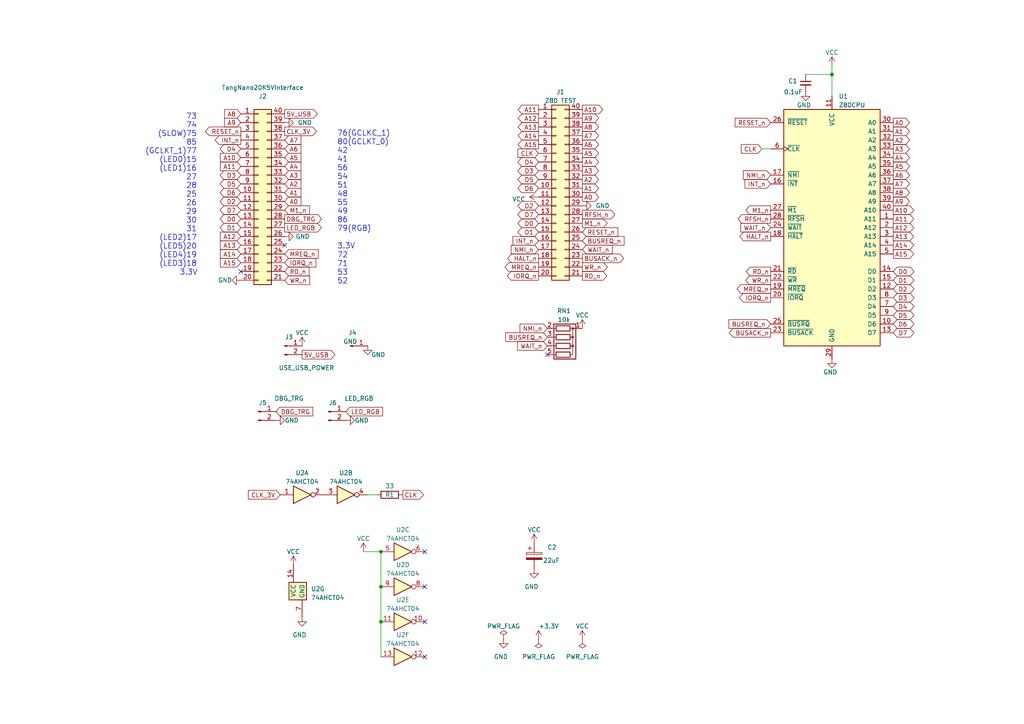
<source format=kicad_sch>
(kicad_sch (version 20230121) (generator eeschema)

  (uuid 950dc676-9e3d-407d-bc99-f86cafc50614)

  (paper "A4")

  (title_block
    (title "Memory System for Z80 using Tang Nano 20K")
    (date "2023-06-24")
    (rev "1.0")
    (company "Ryo Mukai")
  )

  (lib_symbols
    (symbol "000_MyLibrary:74AHCT04" (in_bom yes) (on_board yes)
      (property "Reference" "U" (at 0 5.08 0)
        (effects (font (size 1.27 1.27)))
      )
      (property "Value" "74AHCT04" (at 6.35 3.81 0)
        (effects (font (size 1.27 1.27)))
      )
      (property "Footprint" "" (at 0 0 0)
        (effects (font (size 1.27 1.27)) hide)
      )
      (property "Datasheet" "http://www.ti.com/lit/gpn/sn74LS04" (at 0 -3.81 0)
        (effects (font (size 1.27 1.27)) hide)
      )
      (property "ki_locked" "" (at 0 0 0)
        (effects (font (size 1.27 1.27)))
      )
      (property "ki_keywords" "TTL not inv" (at 0 0 0)
        (effects (font (size 1.27 1.27)) hide)
      )
      (property "ki_description" "Hex Inverter" (at 0 0 0)
        (effects (font (size 1.27 1.27)) hide)
      )
      (property "ki_fp_filters" "DIP*W7.62mm* SSOP?14* TSSOP?14*" (at 0 0 0)
        (effects (font (size 1.27 1.27)) hide)
      )
      (symbol "74AHCT04_1_0"
        (polyline
          (pts
            (xy -2.54 2.54)
            (xy -2.54 -2.54)
            (xy 2.54 0)
            (xy -2.54 2.54)
          )
          (stroke (width 0.254) (type default))
          (fill (type background))
        )
        (pin input line (at -6.35 0 0) (length 3.81)
          (name "~" (effects (font (size 1.27 1.27))))
          (number "1" (effects (font (size 1.27 1.27))))
        )
        (pin output inverted (at 6.35 0 180) (length 3.81)
          (name "~" (effects (font (size 1.27 1.27))))
          (number "2" (effects (font (size 1.27 1.27))))
        )
      )
      (symbol "74AHCT04_2_0"
        (polyline
          (pts
            (xy -2.54 2.54)
            (xy -2.54 -2.54)
            (xy 2.54 0)
            (xy -2.54 2.54)
          )
          (stroke (width 0.254) (type default))
          (fill (type background))
        )
        (pin input line (at -6.35 0 0) (length 3.81)
          (name "~" (effects (font (size 1.27 1.27))))
          (number "3" (effects (font (size 1.27 1.27))))
        )
        (pin output inverted (at 6.35 0 180) (length 3.81)
          (name "~" (effects (font (size 1.27 1.27))))
          (number "4" (effects (font (size 1.27 1.27))))
        )
      )
      (symbol "74AHCT04_3_0"
        (polyline
          (pts
            (xy -2.54 2.54)
            (xy -2.54 -2.54)
            (xy 2.54 0)
            (xy -2.54 2.54)
          )
          (stroke (width 0.254) (type default))
          (fill (type background))
        )
        (pin input line (at -6.35 0 0) (length 3.81)
          (name "~" (effects (font (size 1.27 1.27))))
          (number "5" (effects (font (size 1.27 1.27))))
        )
        (pin output inverted (at 6.35 0 180) (length 3.81)
          (name "~" (effects (font (size 1.27 1.27))))
          (number "6" (effects (font (size 1.27 1.27))))
        )
      )
      (symbol "74AHCT04_4_0"
        (polyline
          (pts
            (xy -2.54 2.54)
            (xy -2.54 -2.54)
            (xy 2.54 0)
            (xy -2.54 2.54)
          )
          (stroke (width 0.254) (type default))
          (fill (type background))
        )
        (pin output inverted (at 6.35 0 180) (length 3.81)
          (name "~" (effects (font (size 1.27 1.27))))
          (number "8" (effects (font (size 1.27 1.27))))
        )
        (pin input line (at -6.35 0 0) (length 3.81)
          (name "~" (effects (font (size 1.27 1.27))))
          (number "9" (effects (font (size 1.27 1.27))))
        )
      )
      (symbol "74AHCT04_5_0"
        (polyline
          (pts
            (xy -2.54 2.54)
            (xy -2.54 -2.54)
            (xy 2.54 0)
            (xy -2.54 2.54)
          )
          (stroke (width 0.254) (type default))
          (fill (type background))
        )
        (pin output inverted (at 6.35 0 180) (length 3.81)
          (name "~" (effects (font (size 1.27 1.27))))
          (number "10" (effects (font (size 1.27 1.27))))
        )
        (pin input line (at -6.35 0 0) (length 3.81)
          (name "~" (effects (font (size 1.27 1.27))))
          (number "11" (effects (font (size 1.27 1.27))))
        )
      )
      (symbol "74AHCT04_6_0"
        (polyline
          (pts
            (xy -2.54 2.54)
            (xy -2.54 -2.54)
            (xy 2.54 0)
            (xy -2.54 2.54)
          )
          (stroke (width 0.254) (type default))
          (fill (type background))
        )
        (pin output inverted (at 6.35 0 180) (length 3.81)
          (name "~" (effects (font (size 1.27 1.27))))
          (number "12" (effects (font (size 1.27 1.27))))
        )
        (pin input line (at -6.35 0 0) (length 3.81)
          (name "~" (effects (font (size 1.27 1.27))))
          (number "13" (effects (font (size 1.27 1.27))))
        )
      )
      (symbol "74AHCT04_7_0"
        (pin power_in line (at -1.27 7.62 270) (length 5.08)
          (name "VCC" (effects (font (size 1.27 1.27))))
          (number "14" (effects (font (size 1.27 1.27))))
        )
        (pin power_in line (at 1.27 -7.62 90) (length 5.08)
          (name "GND" (effects (font (size 1.27 1.27))))
          (number "7" (effects (font (size 1.27 1.27))))
        )
      )
      (symbol "74AHCT04_7_1"
        (rectangle (start -2.54 2.54) (end 2.54 -2.54)
          (stroke (width 0.254) (type default))
          (fill (type background))
        )
      )
    )
    (symbol "000_MyLibrary:C_Polarized" (pin_numbers hide) (pin_names (offset 0.254)) (in_bom yes) (on_board yes)
      (property "Reference" "C" (at 0.635 2.54 0)
        (effects (font (size 1.27 1.27)) (justify left))
      )
      (property "Value" "C_Polarized" (at 0.635 -2.54 0)
        (effects (font (size 1.27 1.27)) (justify left))
      )
      (property "Footprint" "" (at 0.9652 -3.81 0)
        (effects (font (size 1.27 1.27)) hide)
      )
      (property "Datasheet" "~" (at 0 0 0)
        (effects (font (size 1.27 1.27)) hide)
      )
      (property "ki_keywords" "cap capacitor" (at 0 0 0)
        (effects (font (size 1.27 1.27)) hide)
      )
      (property "ki_description" "Polarized capacitor" (at 0 0 0)
        (effects (font (size 1.27 1.27)) hide)
      )
      (property "ki_fp_filters" "CP_*" (at 0 0 0)
        (effects (font (size 1.27 1.27)) hide)
      )
      (symbol "C_Polarized_0_1"
        (rectangle (start -2.286 0.508) (end 2.286 1.016)
          (stroke (width 0) (type default))
          (fill (type none))
        )
        (polyline
          (pts
            (xy -1.778 2.286)
            (xy -0.762 2.286)
          )
          (stroke (width 0) (type default))
          (fill (type none))
        )
        (polyline
          (pts
            (xy -1.27 2.794)
            (xy -1.27 1.778)
          )
          (stroke (width 0) (type default))
          (fill (type none))
        )
        (rectangle (start 2.286 -0.508) (end -2.286 -1.016)
          (stroke (width 0) (type default))
          (fill (type outline))
        )
      )
      (symbol "C_Polarized_1_1"
        (pin passive line (at 0 3.81 270) (length 2.794)
          (name "~" (effects (font (size 1.27 1.27))))
          (number "1" (effects (font (size 1.27 1.27))))
        )
        (pin passive line (at 0 -3.81 90) (length 2.794)
          (name "~" (effects (font (size 1.27 1.27))))
          (number "2" (effects (font (size 1.27 1.27))))
        )
      )
    )
    (symbol "000_MyLibrary:C_Small" (pin_numbers hide) (pin_names (offset 0.254) hide) (in_bom yes) (on_board yes)
      (property "Reference" "C" (at 0.254 1.778 0)
        (effects (font (size 1.27 1.27)) (justify left))
      )
      (property "Value" "C_Small" (at 0.254 -2.032 0)
        (effects (font (size 1.27 1.27)) (justify left))
      )
      (property "Footprint" "" (at 0 0 0)
        (effects (font (size 1.27 1.27)) hide)
      )
      (property "Datasheet" "~" (at 0 0 0)
        (effects (font (size 1.27 1.27)) hide)
      )
      (property "ki_keywords" "capacitor cap" (at 0 0 0)
        (effects (font (size 1.27 1.27)) hide)
      )
      (property "ki_description" "Unpolarized capacitor, small symbol" (at 0 0 0)
        (effects (font (size 1.27 1.27)) hide)
      )
      (property "ki_fp_filters" "C_*" (at 0 0 0)
        (effects (font (size 1.27 1.27)) hide)
      )
      (symbol "C_Small_0_1"
        (polyline
          (pts
            (xy -1.524 -0.508)
            (xy 1.524 -0.508)
          )
          (stroke (width 0.3302) (type default))
          (fill (type none))
        )
        (polyline
          (pts
            (xy -1.524 0.508)
            (xy 1.524 0.508)
          )
          (stroke (width 0.3048) (type default))
          (fill (type none))
        )
      )
      (symbol "C_Small_1_1"
        (pin passive line (at 0 2.54 270) (length 2.032)
          (name "~" (effects (font (size 1.27 1.27))))
          (number "1" (effects (font (size 1.27 1.27))))
        )
        (pin passive line (at 0 -2.54 90) (length 2.032)
          (name "~" (effects (font (size 1.27 1.27))))
          (number "2" (effects (font (size 1.27 1.27))))
        )
      )
    )
    (symbol "000_MyLibrary:Conn_01x01_Pin" (pin_names (offset 1.016) hide) (in_bom yes) (on_board yes)
      (property "Reference" "J" (at 0 2.54 0)
        (effects (font (size 1.27 1.27)))
      )
      (property "Value" "Conn_01x01_Pin" (at 0 -2.54 0)
        (effects (font (size 1.27 1.27)))
      )
      (property "Footprint" "" (at 0 0 0)
        (effects (font (size 1.27 1.27)) hide)
      )
      (property "Datasheet" "~" (at 0 0 0)
        (effects (font (size 1.27 1.27)) hide)
      )
      (property "ki_locked" "" (at 0 0 0)
        (effects (font (size 1.27 1.27)))
      )
      (property "ki_keywords" "connector" (at 0 0 0)
        (effects (font (size 1.27 1.27)) hide)
      )
      (property "ki_description" "Generic connector, single row, 01x01, script generated" (at 0 0 0)
        (effects (font (size 1.27 1.27)) hide)
      )
      (property "ki_fp_filters" "Connector*:*_1x??_*" (at 0 0 0)
        (effects (font (size 1.27 1.27)) hide)
      )
      (symbol "Conn_01x01_Pin_1_1"
        (polyline
          (pts
            (xy 1.27 0)
            (xy 0.8636 0)
          )
          (stroke (width 0.1524) (type default))
          (fill (type none))
        )
        (rectangle (start 0.8636 0.127) (end 0 -0.127)
          (stroke (width 0.1524) (type default))
          (fill (type outline))
        )
        (pin passive line (at 5.08 0 180) (length 3.81)
          (name "Pin_1" (effects (font (size 1.27 1.27))))
          (number "1" (effects (font (size 1.27 1.27))))
        )
      )
    )
    (symbol "000_MyLibrary:Conn_01x02_Male" (pin_names (offset 1.016) hide) (in_bom yes) (on_board yes)
      (property "Reference" "J" (at 0 2.54 0)
        (effects (font (size 1.27 1.27)))
      )
      (property "Value" "Conn_01x02_Male" (at 0 -5.08 0)
        (effects (font (size 1.27 1.27)))
      )
      (property "Footprint" "" (at 0 0 0)
        (effects (font (size 1.27 1.27)) hide)
      )
      (property "Datasheet" "~" (at 0 0 0)
        (effects (font (size 1.27 1.27)) hide)
      )
      (property "ki_keywords" "connector" (at 0 0 0)
        (effects (font (size 1.27 1.27)) hide)
      )
      (property "ki_description" "Generic connector, single row, 01x02, script generated (kicad-library-utils/schlib/autogen/connector/)" (at 0 0 0)
        (effects (font (size 1.27 1.27)) hide)
      )
      (property "ki_fp_filters" "Connector*:*_1x??_*" (at 0 0 0)
        (effects (font (size 1.27 1.27)) hide)
      )
      (symbol "Conn_01x02_Male_1_1"
        (polyline
          (pts
            (xy 1.27 -2.54)
            (xy 0.8636 -2.54)
          )
          (stroke (width 0.1524) (type default))
          (fill (type none))
        )
        (polyline
          (pts
            (xy 1.27 0)
            (xy 0.8636 0)
          )
          (stroke (width 0.1524) (type default))
          (fill (type none))
        )
        (rectangle (start 0.8636 -2.413) (end 0 -2.667)
          (stroke (width 0.1524) (type default))
          (fill (type outline))
        )
        (rectangle (start 0.8636 0.127) (end 0 -0.127)
          (stroke (width 0.1524) (type default))
          (fill (type outline))
        )
        (pin passive line (at 5.08 0 180) (length 3.81)
          (name "Pin_1" (effects (font (size 1.27 1.27))))
          (number "1" (effects (font (size 1.27 1.27))))
        )
        (pin passive line (at 5.08 -2.54 180) (length 3.81)
          (name "Pin_2" (effects (font (size 1.27 1.27))))
          (number "2" (effects (font (size 1.27 1.27))))
        )
      )
    )
    (symbol "000_MyLibrary:Conn_02x20_Counter_Clockwise" (pin_names (offset 1.016) hide) (in_bom yes) (on_board yes)
      (property "Reference" "J" (at 1.27 25.4 0)
        (effects (font (size 1.27 1.27)))
      )
      (property "Value" "Conn_02x20_Counter_Clockwise" (at 1.27 -27.94 0)
        (effects (font (size 1.27 1.27)))
      )
      (property "Footprint" "" (at 0 0 0)
        (effects (font (size 1.27 1.27)) hide)
      )
      (property "Datasheet" "~" (at 0 0 0)
        (effects (font (size 1.27 1.27)) hide)
      )
      (property "ki_keywords" "connector" (at 0 0 0)
        (effects (font (size 1.27 1.27)) hide)
      )
      (property "ki_description" "Generic connector, double row, 02x20, counter clockwise pin numbering scheme (similar to DIP package numbering), script generated (kicad-library-utils/schlib/autogen/connector/)" (at 0 0 0)
        (effects (font (size 1.27 1.27)) hide)
      )
      (property "ki_fp_filters" "Connector*:*_2x??_*" (at 0 0 0)
        (effects (font (size 1.27 1.27)) hide)
      )
      (symbol "Conn_02x20_Counter_Clockwise_1_1"
        (rectangle (start -1.27 -25.273) (end 0 -25.527)
          (stroke (width 0.1524) (type default))
          (fill (type none))
        )
        (rectangle (start -1.27 -22.733) (end 0 -22.987)
          (stroke (width 0.1524) (type default))
          (fill (type none))
        )
        (rectangle (start -1.27 -20.193) (end 0 -20.447)
          (stroke (width 0.1524) (type default))
          (fill (type none))
        )
        (rectangle (start -1.27 -17.653) (end 0 -17.907)
          (stroke (width 0.1524) (type default))
          (fill (type none))
        )
        (rectangle (start -1.27 -15.113) (end 0 -15.367)
          (stroke (width 0.1524) (type default))
          (fill (type none))
        )
        (rectangle (start -1.27 -12.573) (end 0 -12.827)
          (stroke (width 0.1524) (type default))
          (fill (type none))
        )
        (rectangle (start -1.27 -10.033) (end 0 -10.287)
          (stroke (width 0.1524) (type default))
          (fill (type none))
        )
        (rectangle (start -1.27 -7.493) (end 0 -7.747)
          (stroke (width 0.1524) (type default))
          (fill (type none))
        )
        (rectangle (start -1.27 -4.953) (end 0 -5.207)
          (stroke (width 0.1524) (type default))
          (fill (type none))
        )
        (rectangle (start -1.27 -2.413) (end 0 -2.667)
          (stroke (width 0.1524) (type default))
          (fill (type none))
        )
        (rectangle (start -1.27 0.127) (end 0 -0.127)
          (stroke (width 0.1524) (type default))
          (fill (type none))
        )
        (rectangle (start -1.27 2.667) (end 0 2.413)
          (stroke (width 0.1524) (type default))
          (fill (type none))
        )
        (rectangle (start -1.27 5.207) (end 0 4.953)
          (stroke (width 0.1524) (type default))
          (fill (type none))
        )
        (rectangle (start -1.27 7.747) (end 0 7.493)
          (stroke (width 0.1524) (type default))
          (fill (type none))
        )
        (rectangle (start -1.27 10.287) (end 0 10.033)
          (stroke (width 0.1524) (type default))
          (fill (type none))
        )
        (rectangle (start -1.27 12.827) (end 0 12.573)
          (stroke (width 0.1524) (type default))
          (fill (type none))
        )
        (rectangle (start -1.27 15.367) (end 0 15.113)
          (stroke (width 0.1524) (type default))
          (fill (type none))
        )
        (rectangle (start -1.27 17.907) (end 0 17.653)
          (stroke (width 0.1524) (type default))
          (fill (type none))
        )
        (rectangle (start -1.27 20.447) (end 0 20.193)
          (stroke (width 0.1524) (type default))
          (fill (type none))
        )
        (rectangle (start -1.27 22.987) (end 0 22.733)
          (stroke (width 0.1524) (type default))
          (fill (type none))
        )
        (rectangle (start -1.27 24.13) (end 3.81 -26.67)
          (stroke (width 0.254) (type default))
          (fill (type background))
        )
        (rectangle (start 3.81 -25.273) (end 2.54 -25.527)
          (stroke (width 0.1524) (type default))
          (fill (type none))
        )
        (rectangle (start 3.81 -22.733) (end 2.54 -22.987)
          (stroke (width 0.1524) (type default))
          (fill (type none))
        )
        (rectangle (start 3.81 -20.193) (end 2.54 -20.447)
          (stroke (width 0.1524) (type default))
          (fill (type none))
        )
        (rectangle (start 3.81 -17.653) (end 2.54 -17.907)
          (stroke (width 0.1524) (type default))
          (fill (type none))
        )
        (rectangle (start 3.81 -15.113) (end 2.54 -15.367)
          (stroke (width 0.1524) (type default))
          (fill (type none))
        )
        (rectangle (start 3.81 -12.573) (end 2.54 -12.827)
          (stroke (width 0.1524) (type default))
          (fill (type none))
        )
        (rectangle (start 3.81 -10.033) (end 2.54 -10.287)
          (stroke (width 0.1524) (type default))
          (fill (type none))
        )
        (rectangle (start 3.81 -7.493) (end 2.54 -7.747)
          (stroke (width 0.1524) (type default))
          (fill (type none))
        )
        (rectangle (start 3.81 -4.953) (end 2.54 -5.207)
          (stroke (width 0.1524) (type default))
          (fill (type none))
        )
        (rectangle (start 3.81 -2.413) (end 2.54 -2.667)
          (stroke (width 0.1524) (type default))
          (fill (type none))
        )
        (rectangle (start 3.81 0.127) (end 2.54 -0.127)
          (stroke (width 0.1524) (type default))
          (fill (type none))
        )
        (rectangle (start 3.81 2.667) (end 2.54 2.413)
          (stroke (width 0.1524) (type default))
          (fill (type none))
        )
        (rectangle (start 3.81 5.207) (end 2.54 4.953)
          (stroke (width 0.1524) (type default))
          (fill (type none))
        )
        (rectangle (start 3.81 7.747) (end 2.54 7.493)
          (stroke (width 0.1524) (type default))
          (fill (type none))
        )
        (rectangle (start 3.81 10.287) (end 2.54 10.033)
          (stroke (width 0.1524) (type default))
          (fill (type none))
        )
        (rectangle (start 3.81 12.827) (end 2.54 12.573)
          (stroke (width 0.1524) (type default))
          (fill (type none))
        )
        (rectangle (start 3.81 15.367) (end 2.54 15.113)
          (stroke (width 0.1524) (type default))
          (fill (type none))
        )
        (rectangle (start 3.81 17.907) (end 2.54 17.653)
          (stroke (width 0.1524) (type default))
          (fill (type none))
        )
        (rectangle (start 3.81 20.447) (end 2.54 20.193)
          (stroke (width 0.1524) (type default))
          (fill (type none))
        )
        (rectangle (start 3.81 22.987) (end 2.54 22.733)
          (stroke (width 0.1524) (type default))
          (fill (type none))
        )
        (pin passive line (at -5.08 22.86 0) (length 3.81)
          (name "Pin_1" (effects (font (size 1.27 1.27))))
          (number "1" (effects (font (size 1.27 1.27))))
        )
        (pin passive line (at -5.08 0 0) (length 3.81)
          (name "Pin_10" (effects (font (size 1.27 1.27))))
          (number "10" (effects (font (size 1.27 1.27))))
        )
        (pin passive line (at -5.08 -2.54 0) (length 3.81)
          (name "Pin_11" (effects (font (size 1.27 1.27))))
          (number "11" (effects (font (size 1.27 1.27))))
        )
        (pin passive line (at -5.08 -5.08 0) (length 3.81)
          (name "Pin_12" (effects (font (size 1.27 1.27))))
          (number "12" (effects (font (size 1.27 1.27))))
        )
        (pin passive line (at -5.08 -7.62 0) (length 3.81)
          (name "Pin_13" (effects (font (size 1.27 1.27))))
          (number "13" (effects (font (size 1.27 1.27))))
        )
        (pin passive line (at -5.08 -10.16 0) (length 3.81)
          (name "Pin_14" (effects (font (size 1.27 1.27))))
          (number "14" (effects (font (size 1.27 1.27))))
        )
        (pin passive line (at -5.08 -12.7 0) (length 3.81)
          (name "Pin_15" (effects (font (size 1.27 1.27))))
          (number "15" (effects (font (size 1.27 1.27))))
        )
        (pin passive line (at -5.08 -15.24 0) (length 3.81)
          (name "Pin_16" (effects (font (size 1.27 1.27))))
          (number "16" (effects (font (size 1.27 1.27))))
        )
        (pin passive line (at -5.08 -17.78 0) (length 3.81)
          (name "Pin_17" (effects (font (size 1.27 1.27))))
          (number "17" (effects (font (size 1.27 1.27))))
        )
        (pin passive line (at -5.08 -20.32 0) (length 3.81)
          (name "Pin_18" (effects (font (size 1.27 1.27))))
          (number "18" (effects (font (size 1.27 1.27))))
        )
        (pin passive line (at -5.08 -22.86 0) (length 3.81)
          (name "Pin_19" (effects (font (size 1.27 1.27))))
          (number "19" (effects (font (size 1.27 1.27))))
        )
        (pin passive line (at -5.08 20.32 0) (length 3.81)
          (name "Pin_2" (effects (font (size 1.27 1.27))))
          (number "2" (effects (font (size 1.27 1.27))))
        )
        (pin passive line (at -5.08 -25.4 0) (length 3.81)
          (name "Pin_20" (effects (font (size 1.27 1.27))))
          (number "20" (effects (font (size 1.27 1.27))))
        )
        (pin passive line (at 7.62 -25.4 180) (length 3.81)
          (name "Pin_21" (effects (font (size 1.27 1.27))))
          (number "21" (effects (font (size 1.27 1.27))))
        )
        (pin passive line (at 7.62 -22.86 180) (length 3.81)
          (name "Pin_22" (effects (font (size 1.27 1.27))))
          (number "22" (effects (font (size 1.27 1.27))))
        )
        (pin passive line (at 7.62 -20.32 180) (length 3.81)
          (name "Pin_23" (effects (font (size 1.27 1.27))))
          (number "23" (effects (font (size 1.27 1.27))))
        )
        (pin passive line (at 7.62 -17.78 180) (length 3.81)
          (name "Pin_24" (effects (font (size 1.27 1.27))))
          (number "24" (effects (font (size 1.27 1.27))))
        )
        (pin passive line (at 7.62 -15.24 180) (length 3.81)
          (name "Pin_25" (effects (font (size 1.27 1.27))))
          (number "25" (effects (font (size 1.27 1.27))))
        )
        (pin passive line (at 7.62 -12.7 180) (length 3.81)
          (name "Pin_26" (effects (font (size 1.27 1.27))))
          (number "26" (effects (font (size 1.27 1.27))))
        )
        (pin passive line (at 7.62 -10.16 180) (length 3.81)
          (name "Pin_27" (effects (font (size 1.27 1.27))))
          (number "27" (effects (font (size 1.27 1.27))))
        )
        (pin passive line (at 7.62 -7.62 180) (length 3.81)
          (name "Pin_28" (effects (font (size 1.27 1.27))))
          (number "28" (effects (font (size 1.27 1.27))))
        )
        (pin passive line (at 7.62 -5.08 180) (length 3.81)
          (name "Pin_29" (effects (font (size 1.27 1.27))))
          (number "29" (effects (font (size 1.27 1.27))))
        )
        (pin passive line (at -5.08 17.78 0) (length 3.81)
          (name "Pin_3" (effects (font (size 1.27 1.27))))
          (number "3" (effects (font (size 1.27 1.27))))
        )
        (pin passive line (at 7.62 -2.54 180) (length 3.81)
          (name "Pin_30" (effects (font (size 1.27 1.27))))
          (number "30" (effects (font (size 1.27 1.27))))
        )
        (pin passive line (at 7.62 0 180) (length 3.81)
          (name "Pin_31" (effects (font (size 1.27 1.27))))
          (number "31" (effects (font (size 1.27 1.27))))
        )
        (pin passive line (at 7.62 2.54 180) (length 3.81)
          (name "Pin_32" (effects (font (size 1.27 1.27))))
          (number "32" (effects (font (size 1.27 1.27))))
        )
        (pin passive line (at 7.62 5.08 180) (length 3.81)
          (name "Pin_33" (effects (font (size 1.27 1.27))))
          (number "33" (effects (font (size 1.27 1.27))))
        )
        (pin passive line (at 7.62 7.62 180) (length 3.81)
          (name "Pin_34" (effects (font (size 1.27 1.27))))
          (number "34" (effects (font (size 1.27 1.27))))
        )
        (pin passive line (at 7.62 10.16 180) (length 3.81)
          (name "Pin_35" (effects (font (size 1.27 1.27))))
          (number "35" (effects (font (size 1.27 1.27))))
        )
        (pin passive line (at 7.62 12.7 180) (length 3.81)
          (name "Pin_36" (effects (font (size 1.27 1.27))))
          (number "36" (effects (font (size 1.27 1.27))))
        )
        (pin passive line (at 7.62 15.24 180) (length 3.81)
          (name "Pin_37" (effects (font (size 1.27 1.27))))
          (number "37" (effects (font (size 1.27 1.27))))
        )
        (pin passive line (at 7.62 17.78 180) (length 3.81)
          (name "Pin_38" (effects (font (size 1.27 1.27))))
          (number "38" (effects (font (size 1.27 1.27))))
        )
        (pin passive line (at 7.62 20.32 180) (length 3.81)
          (name "Pin_39" (effects (font (size 1.27 1.27))))
          (number "39" (effects (font (size 1.27 1.27))))
        )
        (pin passive line (at -5.08 15.24 0) (length 3.81)
          (name "Pin_4" (effects (font (size 1.27 1.27))))
          (number "4" (effects (font (size 1.27 1.27))))
        )
        (pin passive line (at 7.62 22.86 180) (length 3.81)
          (name "Pin_40" (effects (font (size 1.27 1.27))))
          (number "40" (effects (font (size 1.27 1.27))))
        )
        (pin passive line (at -5.08 12.7 0) (length 3.81)
          (name "Pin_5" (effects (font (size 1.27 1.27))))
          (number "5" (effects (font (size 1.27 1.27))))
        )
        (pin passive line (at -5.08 10.16 0) (length 3.81)
          (name "Pin_6" (effects (font (size 1.27 1.27))))
          (number "6" (effects (font (size 1.27 1.27))))
        )
        (pin passive line (at -5.08 7.62 0) (length 3.81)
          (name "Pin_7" (effects (font (size 1.27 1.27))))
          (number "7" (effects (font (size 1.27 1.27))))
        )
        (pin passive line (at -5.08 5.08 0) (length 3.81)
          (name "Pin_8" (effects (font (size 1.27 1.27))))
          (number "8" (effects (font (size 1.27 1.27))))
        )
        (pin passive line (at -5.08 2.54 0) (length 3.81)
          (name "Pin_9" (effects (font (size 1.27 1.27))))
          (number "9" (effects (font (size 1.27 1.27))))
        )
      )
    )
    (symbol "000_MyLibrary:R" (pin_numbers hide) (pin_names (offset 0)) (in_bom yes) (on_board yes)
      (property "Reference" "R" (at 2.032 0 90)
        (effects (font (size 1.27 1.27)))
      )
      (property "Value" "R" (at 0 0 90)
        (effects (font (size 1.27 1.27)))
      )
      (property "Footprint" "" (at -1.778 0 90)
        (effects (font (size 1.27 1.27)) hide)
      )
      (property "Datasheet" "~" (at 0 0 0)
        (effects (font (size 1.27 1.27)) hide)
      )
      (property "ki_keywords" "R res resistor" (at 0 0 0)
        (effects (font (size 1.27 1.27)) hide)
      )
      (property "ki_description" "Resistor" (at 0 0 0)
        (effects (font (size 1.27 1.27)) hide)
      )
      (property "ki_fp_filters" "R_*" (at 0 0 0)
        (effects (font (size 1.27 1.27)) hide)
      )
      (symbol "R_0_1"
        (rectangle (start -1.016 -2.54) (end 1.016 2.54)
          (stroke (width 0.254) (type default))
          (fill (type none))
        )
      )
      (symbol "R_1_1"
        (pin passive line (at 0 3.81 270) (length 1.27)
          (name "~" (effects (font (size 1.27 1.27))))
          (number "1" (effects (font (size 1.27 1.27))))
        )
        (pin passive line (at 0 -3.81 90) (length 1.27)
          (name "~" (effects (font (size 1.27 1.27))))
          (number "2" (effects (font (size 1.27 1.27))))
        )
      )
    )
    (symbol "000_MyLibrary:R_Network04" (pin_names (offset 0) hide) (in_bom yes) (on_board yes)
      (property "Reference" "RN" (at -7.62 0 90)
        (effects (font (size 1.27 1.27)))
      )
      (property "Value" "R_Network04" (at 5.08 0 90)
        (effects (font (size 1.27 1.27)))
      )
      (property "Footprint" "Resistor_THT:R_Array_SIP5" (at 6.985 0 90)
        (effects (font (size 1.27 1.27)) hide)
      )
      (property "Datasheet" "http://www.vishay.com/docs/31509/csc.pdf" (at 0 0 0)
        (effects (font (size 1.27 1.27)) hide)
      )
      (property "ki_keywords" "R network star-topology" (at 0 0 0)
        (effects (font (size 1.27 1.27)) hide)
      )
      (property "ki_description" "4 resistor network, star topology, bussed resistors, small symbol" (at 0 0 0)
        (effects (font (size 1.27 1.27)) hide)
      )
      (property "ki_fp_filters" "R?Array?SIP*" (at 0 0 0)
        (effects (font (size 1.27 1.27)) hide)
      )
      (symbol "R_Network04_0_1"
        (rectangle (start -5.842 1.524) (end -4.318 -2.54)
          (stroke (width 0.254) (type default))
          (fill (type none))
        )
        (circle (center -5.08 2.286) (radius 0.254)
          (stroke (width 0) (type default))
          (fill (type outline))
        )
        (rectangle (start -3.302 1.524) (end -1.778 -2.54)
          (stroke (width 0.254) (type default))
          (fill (type none))
        )
        (circle (center -2.54 2.286) (radius 0.254)
          (stroke (width 0) (type default))
          (fill (type outline))
        )
        (rectangle (start -0.762 1.524) (end 0.762 -2.54)
          (stroke (width 0.254) (type default))
          (fill (type none))
        )
        (polyline
          (pts
            (xy -5.08 -2.54)
            (xy -5.08 -3.81)
          )
          (stroke (width 0) (type default))
          (fill (type none))
        )
        (polyline
          (pts
            (xy -2.54 -2.54)
            (xy -2.54 -3.81)
          )
          (stroke (width 0) (type default))
          (fill (type none))
        )
        (polyline
          (pts
            (xy 0 -2.54)
            (xy 0 -3.81)
          )
          (stroke (width 0) (type default))
          (fill (type none))
        )
        (polyline
          (pts
            (xy 2.54 -2.54)
            (xy 2.54 -3.81)
          )
          (stroke (width 0) (type default))
          (fill (type none))
        )
        (polyline
          (pts
            (xy -5.08 1.524)
            (xy -5.08 2.286)
            (xy -2.54 2.286)
            (xy -2.54 1.524)
          )
          (stroke (width 0) (type default))
          (fill (type none))
        )
        (polyline
          (pts
            (xy -2.54 1.524)
            (xy -2.54 2.286)
            (xy 0 2.286)
            (xy 0 1.524)
          )
          (stroke (width 0) (type default))
          (fill (type none))
        )
        (polyline
          (pts
            (xy 0 1.524)
            (xy 0 2.286)
            (xy 2.54 2.286)
            (xy 2.54 1.524)
          )
          (stroke (width 0) (type default))
          (fill (type none))
        )
        (circle (center 0 2.286) (radius 0.254)
          (stroke (width 0) (type default))
          (fill (type outline))
        )
        (rectangle (start 1.778 1.524) (end 3.302 -2.54)
          (stroke (width 0.254) (type default))
          (fill (type none))
        )
      )
      (symbol "R_Network04_1_1"
        (rectangle (start -6.35 3.175) (end 3.81 -3.175)
          (stroke (width 0.254) (type default))
          (fill (type none))
        )
        (pin passive line (at -5.08 5.08 270) (length 2.54)
          (name "common" (effects (font (size 1.27 1.27))))
          (number "1" (effects (font (size 1.27 1.27))))
        )
        (pin passive line (at -5.08 -5.08 90) (length 1.27)
          (name "R1" (effects (font (size 1.27 1.27))))
          (number "2" (effects (font (size 1.27 1.27))))
        )
        (pin passive line (at -2.54 -5.08 90) (length 1.27)
          (name "R2" (effects (font (size 1.27 1.27))))
          (number "3" (effects (font (size 1.27 1.27))))
        )
        (pin passive line (at 0 -5.08 90) (length 1.27)
          (name "R3" (effects (font (size 1.27 1.27))))
          (number "4" (effects (font (size 1.27 1.27))))
        )
        (pin passive line (at 2.54 -5.08 90) (length 1.27)
          (name "R4" (effects (font (size 1.27 1.27))))
          (number "5" (effects (font (size 1.27 1.27))))
        )
      )
    )
    (symbol "CPU:Z80CPU" (pin_names (offset 1.016)) (in_bom yes) (on_board yes)
      (property "Reference" "U" (at -13.97 35.56 0)
        (effects (font (size 1.27 1.27)) (justify left))
      )
      (property "Value" "Z80CPU" (at 6.35 35.56 0)
        (effects (font (size 1.27 1.27)) (justify left))
      )
      (property "Footprint" "" (at 0 10.16 0)
        (effects (font (size 1.27 1.27)) hide)
      )
      (property "Datasheet" "www.zilog.com/manage_directlink.php?filepath=docs/z80/um0080" (at 0 10.16 0)
        (effects (font (size 1.27 1.27)) hide)
      )
      (property "ki_keywords" "Z80 CPU uP" (at 0 0 0)
        (effects (font (size 1.27 1.27)) hide)
      )
      (property "ki_description" "8-bit General Purpose Microprocessor, DIP-40" (at 0 0 0)
        (effects (font (size 1.27 1.27)) hide)
      )
      (property "ki_fp_filters" "DIP* PDIP*" (at 0 0 0)
        (effects (font (size 1.27 1.27)) hide)
      )
      (symbol "Z80CPU_0_1"
        (rectangle (start -13.97 34.29) (end 13.97 -34.29)
          (stroke (width 0.254) (type default))
          (fill (type background))
        )
      )
      (symbol "Z80CPU_1_1"
        (pin output line (at 17.78 2.54 180) (length 3.81)
          (name "A11" (effects (font (size 1.27 1.27))))
          (number "1" (effects (font (size 1.27 1.27))))
        )
        (pin bidirectional line (at 17.78 -27.94 180) (length 3.81)
          (name "D6" (effects (font (size 1.27 1.27))))
          (number "10" (effects (font (size 1.27 1.27))))
        )
        (pin power_in line (at 0 38.1 270) (length 3.81)
          (name "VCC" (effects (font (size 1.27 1.27))))
          (number "11" (effects (font (size 1.27 1.27))))
        )
        (pin bidirectional line (at 17.78 -17.78 180) (length 3.81)
          (name "D2" (effects (font (size 1.27 1.27))))
          (number "12" (effects (font (size 1.27 1.27))))
        )
        (pin bidirectional line (at 17.78 -30.48 180) (length 3.81)
          (name "D7" (effects (font (size 1.27 1.27))))
          (number "13" (effects (font (size 1.27 1.27))))
        )
        (pin bidirectional line (at 17.78 -12.7 180) (length 3.81)
          (name "D0" (effects (font (size 1.27 1.27))))
          (number "14" (effects (font (size 1.27 1.27))))
        )
        (pin bidirectional line (at 17.78 -15.24 180) (length 3.81)
          (name "D1" (effects (font (size 1.27 1.27))))
          (number "15" (effects (font (size 1.27 1.27))))
        )
        (pin input line (at -17.78 12.7 0) (length 3.81)
          (name "~{INT}" (effects (font (size 1.27 1.27))))
          (number "16" (effects (font (size 1.27 1.27))))
        )
        (pin input line (at -17.78 15.24 0) (length 3.81)
          (name "~{NMI}" (effects (font (size 1.27 1.27))))
          (number "17" (effects (font (size 1.27 1.27))))
        )
        (pin output line (at -17.78 -2.54 0) (length 3.81)
          (name "~{HALT}" (effects (font (size 1.27 1.27))))
          (number "18" (effects (font (size 1.27 1.27))))
        )
        (pin output line (at -17.78 -17.78 0) (length 3.81)
          (name "~{MREQ}" (effects (font (size 1.27 1.27))))
          (number "19" (effects (font (size 1.27 1.27))))
        )
        (pin output line (at 17.78 0 180) (length 3.81)
          (name "A12" (effects (font (size 1.27 1.27))))
          (number "2" (effects (font (size 1.27 1.27))))
        )
        (pin output line (at -17.78 -20.32 0) (length 3.81)
          (name "~{IORQ}" (effects (font (size 1.27 1.27))))
          (number "20" (effects (font (size 1.27 1.27))))
        )
        (pin output line (at -17.78 -12.7 0) (length 3.81)
          (name "~{RD}" (effects (font (size 1.27 1.27))))
          (number "21" (effects (font (size 1.27 1.27))))
        )
        (pin output line (at -17.78 -15.24 0) (length 3.81)
          (name "~{WR}" (effects (font (size 1.27 1.27))))
          (number "22" (effects (font (size 1.27 1.27))))
        )
        (pin output line (at -17.78 -30.48 0) (length 3.81)
          (name "~{BUSACK}" (effects (font (size 1.27 1.27))))
          (number "23" (effects (font (size 1.27 1.27))))
        )
        (pin input line (at -17.78 0 0) (length 3.81)
          (name "~{WAIT}" (effects (font (size 1.27 1.27))))
          (number "24" (effects (font (size 1.27 1.27))))
        )
        (pin input line (at -17.78 -27.94 0) (length 3.81)
          (name "~{BUSRQ}" (effects (font (size 1.27 1.27))))
          (number "25" (effects (font (size 1.27 1.27))))
        )
        (pin input line (at -17.78 30.48 0) (length 3.81)
          (name "~{RESET}" (effects (font (size 1.27 1.27))))
          (number "26" (effects (font (size 1.27 1.27))))
        )
        (pin output line (at -17.78 5.08 0) (length 3.81)
          (name "~{M1}" (effects (font (size 1.27 1.27))))
          (number "27" (effects (font (size 1.27 1.27))))
        )
        (pin output line (at -17.78 2.54 0) (length 3.81)
          (name "~{RFSH}" (effects (font (size 1.27 1.27))))
          (number "28" (effects (font (size 1.27 1.27))))
        )
        (pin power_in line (at 0 -38.1 90) (length 3.81)
          (name "GND" (effects (font (size 1.27 1.27))))
          (number "29" (effects (font (size 1.27 1.27))))
        )
        (pin output line (at 17.78 -2.54 180) (length 3.81)
          (name "A13" (effects (font (size 1.27 1.27))))
          (number "3" (effects (font (size 1.27 1.27))))
        )
        (pin output line (at 17.78 30.48 180) (length 3.81)
          (name "A0" (effects (font (size 1.27 1.27))))
          (number "30" (effects (font (size 1.27 1.27))))
        )
        (pin output line (at 17.78 27.94 180) (length 3.81)
          (name "A1" (effects (font (size 1.27 1.27))))
          (number "31" (effects (font (size 1.27 1.27))))
        )
        (pin output line (at 17.78 25.4 180) (length 3.81)
          (name "A2" (effects (font (size 1.27 1.27))))
          (number "32" (effects (font (size 1.27 1.27))))
        )
        (pin output line (at 17.78 22.86 180) (length 3.81)
          (name "A3" (effects (font (size 1.27 1.27))))
          (number "33" (effects (font (size 1.27 1.27))))
        )
        (pin output line (at 17.78 20.32 180) (length 3.81)
          (name "A4" (effects (font (size 1.27 1.27))))
          (number "34" (effects (font (size 1.27 1.27))))
        )
        (pin output line (at 17.78 17.78 180) (length 3.81)
          (name "A5" (effects (font (size 1.27 1.27))))
          (number "35" (effects (font (size 1.27 1.27))))
        )
        (pin output line (at 17.78 15.24 180) (length 3.81)
          (name "A6" (effects (font (size 1.27 1.27))))
          (number "36" (effects (font (size 1.27 1.27))))
        )
        (pin output line (at 17.78 12.7 180) (length 3.81)
          (name "A7" (effects (font (size 1.27 1.27))))
          (number "37" (effects (font (size 1.27 1.27))))
        )
        (pin output line (at 17.78 10.16 180) (length 3.81)
          (name "A8" (effects (font (size 1.27 1.27))))
          (number "38" (effects (font (size 1.27 1.27))))
        )
        (pin output line (at 17.78 7.62 180) (length 3.81)
          (name "A9" (effects (font (size 1.27 1.27))))
          (number "39" (effects (font (size 1.27 1.27))))
        )
        (pin output line (at 17.78 -5.08 180) (length 3.81)
          (name "A14" (effects (font (size 1.27 1.27))))
          (number "4" (effects (font (size 1.27 1.27))))
        )
        (pin output line (at 17.78 5.08 180) (length 3.81)
          (name "A10" (effects (font (size 1.27 1.27))))
          (number "40" (effects (font (size 1.27 1.27))))
        )
        (pin output line (at 17.78 -7.62 180) (length 3.81)
          (name "A15" (effects (font (size 1.27 1.27))))
          (number "5" (effects (font (size 1.27 1.27))))
        )
        (pin input clock (at -17.78 22.86 0) (length 3.81)
          (name "~{CLK}" (effects (font (size 1.27 1.27))))
          (number "6" (effects (font (size 1.27 1.27))))
        )
        (pin bidirectional line (at 17.78 -22.86 180) (length 3.81)
          (name "D4" (effects (font (size 1.27 1.27))))
          (number "7" (effects (font (size 1.27 1.27))))
        )
        (pin bidirectional line (at 17.78 -20.32 180) (length 3.81)
          (name "D3" (effects (font (size 1.27 1.27))))
          (number "8" (effects (font (size 1.27 1.27))))
        )
        (pin bidirectional line (at 17.78 -25.4 180) (length 3.81)
          (name "D5" (effects (font (size 1.27 1.27))))
          (number "9" (effects (font (size 1.27 1.27))))
        )
      )
    )
    (symbol "power:+3.3V" (power) (pin_names (offset 0)) (in_bom yes) (on_board yes)
      (property "Reference" "#PWR" (at 0 -3.81 0)
        (effects (font (size 1.27 1.27)) hide)
      )
      (property "Value" "+3.3V" (at 0 3.556 0)
        (effects (font (size 1.27 1.27)))
      )
      (property "Footprint" "" (at 0 0 0)
        (effects (font (size 1.27 1.27)) hide)
      )
      (property "Datasheet" "" (at 0 0 0)
        (effects (font (size 1.27 1.27)) hide)
      )
      (property "ki_keywords" "global power" (at 0 0 0)
        (effects (font (size 1.27 1.27)) hide)
      )
      (property "ki_description" "Power symbol creates a global label with name \"+3.3V\"" (at 0 0 0)
        (effects (font (size 1.27 1.27)) hide)
      )
      (symbol "+3.3V_0_1"
        (polyline
          (pts
            (xy -0.762 1.27)
            (xy 0 2.54)
          )
          (stroke (width 0) (type default))
          (fill (type none))
        )
        (polyline
          (pts
            (xy 0 0)
            (xy 0 2.54)
          )
          (stroke (width 0) (type default))
          (fill (type none))
        )
        (polyline
          (pts
            (xy 0 2.54)
            (xy 0.762 1.27)
          )
          (stroke (width 0) (type default))
          (fill (type none))
        )
      )
      (symbol "+3.3V_1_1"
        (pin power_in line (at 0 0 90) (length 0) hide
          (name "+3.3V" (effects (font (size 1.27 1.27))))
          (number "1" (effects (font (size 1.27 1.27))))
        )
      )
    )
    (symbol "power:GND" (power) (pin_names (offset 0)) (in_bom yes) (on_board yes)
      (property "Reference" "#PWR" (at 0 -6.35 0)
        (effects (font (size 1.27 1.27)) hide)
      )
      (property "Value" "GND" (at 0 -3.81 0)
        (effects (font (size 1.27 1.27)))
      )
      (property "Footprint" "" (at 0 0 0)
        (effects (font (size 1.27 1.27)) hide)
      )
      (property "Datasheet" "" (at 0 0 0)
        (effects (font (size 1.27 1.27)) hide)
      )
      (property "ki_keywords" "global power" (at 0 0 0)
        (effects (font (size 1.27 1.27)) hide)
      )
      (property "ki_description" "Power symbol creates a global label with name \"GND\" , ground" (at 0 0 0)
        (effects (font (size 1.27 1.27)) hide)
      )
      (symbol "GND_0_1"
        (polyline
          (pts
            (xy 0 0)
            (xy 0 -1.27)
            (xy 1.27 -1.27)
            (xy 0 -2.54)
            (xy -1.27 -1.27)
            (xy 0 -1.27)
          )
          (stroke (width 0) (type default))
          (fill (type none))
        )
      )
      (symbol "GND_1_1"
        (pin power_in line (at 0 0 270) (length 0) hide
          (name "GND" (effects (font (size 1.27 1.27))))
          (number "1" (effects (font (size 1.27 1.27))))
        )
      )
    )
    (symbol "power:PWR_FLAG" (power) (pin_numbers hide) (pin_names (offset 0) hide) (in_bom yes) (on_board yes)
      (property "Reference" "#FLG" (at 0 1.905 0)
        (effects (font (size 1.27 1.27)) hide)
      )
      (property "Value" "PWR_FLAG" (at 0 3.81 0)
        (effects (font (size 1.27 1.27)))
      )
      (property "Footprint" "" (at 0 0 0)
        (effects (font (size 1.27 1.27)) hide)
      )
      (property "Datasheet" "~" (at 0 0 0)
        (effects (font (size 1.27 1.27)) hide)
      )
      (property "ki_keywords" "flag power" (at 0 0 0)
        (effects (font (size 1.27 1.27)) hide)
      )
      (property "ki_description" "Special symbol for telling ERC where power comes from" (at 0 0 0)
        (effects (font (size 1.27 1.27)) hide)
      )
      (symbol "PWR_FLAG_0_0"
        (pin power_out line (at 0 0 90) (length 0)
          (name "pwr" (effects (font (size 1.27 1.27))))
          (number "1" (effects (font (size 1.27 1.27))))
        )
      )
      (symbol "PWR_FLAG_0_1"
        (polyline
          (pts
            (xy 0 0)
            (xy 0 1.27)
            (xy -1.016 1.905)
            (xy 0 2.54)
            (xy 1.016 1.905)
            (xy 0 1.27)
          )
          (stroke (width 0) (type default))
          (fill (type none))
        )
      )
    )
    (symbol "power:VCC" (power) (pin_names (offset 0)) (in_bom yes) (on_board yes)
      (property "Reference" "#PWR" (at 0 -3.81 0)
        (effects (font (size 1.27 1.27)) hide)
      )
      (property "Value" "VCC" (at 0 3.81 0)
        (effects (font (size 1.27 1.27)))
      )
      (property "Footprint" "" (at 0 0 0)
        (effects (font (size 1.27 1.27)) hide)
      )
      (property "Datasheet" "" (at 0 0 0)
        (effects (font (size 1.27 1.27)) hide)
      )
      (property "ki_keywords" "global power" (at 0 0 0)
        (effects (font (size 1.27 1.27)) hide)
      )
      (property "ki_description" "Power symbol creates a global label with name \"VCC\"" (at 0 0 0)
        (effects (font (size 1.27 1.27)) hide)
      )
      (symbol "VCC_0_1"
        (polyline
          (pts
            (xy -0.762 1.27)
            (xy 0 2.54)
          )
          (stroke (width 0) (type default))
          (fill (type none))
        )
        (polyline
          (pts
            (xy 0 0)
            (xy 0 2.54)
          )
          (stroke (width 0) (type default))
          (fill (type none))
        )
        (polyline
          (pts
            (xy 0 2.54)
            (xy 0.762 1.27)
          )
          (stroke (width 0) (type default))
          (fill (type none))
        )
      )
      (symbol "VCC_1_1"
        (pin power_in line (at 0 0 90) (length 0) hide
          (name "VCC" (effects (font (size 1.27 1.27))))
          (number "1" (effects (font (size 1.27 1.27))))
        )
      )
    )
  )

  (junction (at 110.49 160.02) (diameter 0) (color 0 0 0 0)
    (uuid 39324ce7-00f5-4e1d-b666-06d58c841dd8)
  )
  (junction (at 110.49 180.34) (diameter 0) (color 0 0 0 0)
    (uuid 666fbb12-83da-4cd6-8186-8bc6a916a1cc)
  )
  (junction (at 241.3 21.59) (diameter 0) (color 0 0 0 0)
    (uuid 7eb00a1d-c310-4c07-8f55-e9eaa14d3e12)
  )
  (junction (at 110.49 170.18) (diameter 0) (color 0 0 0 0)
    (uuid b7b3c25c-7d4d-4fbd-a083-f6284e804704)
  )

  (no_connect (at 123.19 180.34) (uuid 48cc7de0-4417-4dc2-9569-6f58f7ec7385))
  (no_connect (at 123.19 160.02) (uuid 781295dd-a7c5-4953-8201-5e13ab06db17))
  (no_connect (at 69.85 78.74) (uuid 7ddc4309-3b4e-4c04-9fc6-3c372a238947))
  (no_connect (at 123.19 170.18) (uuid 96d9b842-757f-424e-b9d2-66506446beb9))
  (no_connect (at 82.55 71.12) (uuid a9dd4940-0178-4d3c-8a09-155b7d25d79d))
  (no_connect (at 158.75 102.87) (uuid bf1097a8-8b91-41c3-8c76-a75430aa6a0e))
  (no_connect (at 123.19 190.5) (uuid e983da3e-a12c-4231-a8e0-834e233f9319))

  (wire (pts (xy 105.41 160.02) (xy 110.49 160.02))
    (stroke (width 0) (type default))
    (uuid 08014300-1c73-4773-83b1-b979c6022bd7)
  )
  (wire (pts (xy 220.98 43.18) (xy 223.52 43.18))
    (stroke (width 0) (type default))
    (uuid 0f8302a9-b984-45d4-b42d-43b8238b2bff)
  )
  (wire (pts (xy 110.49 160.02) (xy 110.49 170.18))
    (stroke (width 0) (type default))
    (uuid 561d11e5-b541-4502-814a-9b1dd46cee76)
  )
  (wire (pts (xy 241.3 21.59) (xy 241.3 27.94))
    (stroke (width 0) (type default))
    (uuid 835ce033-101b-4cb8-8a1b-a49bceb2b865)
  )
  (wire (pts (xy 241.3 19.05) (xy 241.3 21.59))
    (stroke (width 0) (type default))
    (uuid 8d9b7319-2d2c-4364-981c-14e4241645bc)
  )
  (wire (pts (xy 106.68 143.51) (xy 109.22 143.51))
    (stroke (width 0) (type default))
    (uuid 9d12a273-edf7-48bb-8e4b-36d283e701b3)
  )
  (wire (pts (xy 233.68 21.59) (xy 241.3 21.59))
    (stroke (width 0) (type default))
    (uuid a0774ed1-b237-41de-8d3e-cf008a68c158)
  )
  (wire (pts (xy 110.49 170.18) (xy 110.49 180.34))
    (stroke (width 0) (type default))
    (uuid d42f0639-c957-41e2-a34a-159d9beffc3d)
  )
  (wire (pts (xy 110.49 180.34) (xy 110.49 190.5))
    (stroke (width 0) (type default))
    (uuid e36bc01c-e984-447e-97d6-8469e66c7ea2)
  )

  (text "72\n71\n53\n52" (at 97.79 82.55 0)
    (effects (font (size 1.56 1.56)) (justify left bottom))
    (uuid 223b06fb-1fcd-4aba-ae61-0e29c5faf293)
  )
  (text "73\n74\n(SLOW)75\n85\n(GCLKT_1)77\n(LED0)15\n(LED1)16\n27\n28\n25\n26\n29\n30\n31\n(LED2)17\n(LED5)20\n(LED4)19\n(LED3)18"
    (at 57.15 77.47 0)
    (effects (font (size 1.56 1.56)) (justify right bottom))
    (uuid 33587bfd-3fd1-4696-80b8-b96868a5929c)
  )
  (text "76(GCLKC_1)\n80(GCLKT_0)\n42\n41\n56\n54\n51\n48\n55\n49\n86\n79(RGB)"
    (at 97.79 67.31 0)
    (effects (font (size 1.56 1.56)) (justify left bottom))
    (uuid 4bfe8a46-0fe7-43cd-896e-a33a28e9ee03)
  )
  (text "3.3V" (at 97.79 72.39 0)
    (effects (font (size 1.56 1.56)) (justify left bottom))
    (uuid b9670d0d-b180-4451-84a9-f42401b9fa47)
  )
  (text "3.3V" (at 52.07 80.01 0)
    (effects (font (size 1.56 1.56)) (justify left bottom))
    (uuid e600ac78-2d91-4bcc-a5f2-df654dc08ad1)
  )

  (global_label "A11" (shape output) (at 259.08 63.5 0) (fields_autoplaced)
    (effects (font (size 1.27 1.27)) (justify left))
    (uuid 02222513-7969-4384-ad45-3c45786c6fe7)
    (property "Intersheetrefs" "${INTERSHEET_REFS}" (at 265.4934 63.5 0)
      (effects (font (size 1.27 1.27)) (justify left) hide)
    )
  )
  (global_label "WAIT_n" (shape input) (at 223.52 66.04 180) (fields_autoplaced)
    (effects (font (size 1.27 1.27)) (justify right))
    (uuid 02a7ab51-0f9c-422a-bfaa-9656db61ba00)
    (property "Intersheetrefs" "${INTERSHEET_REFS}" (at 214.3852 66.04 0)
      (effects (font (size 1.27 1.27)) (justify right) hide)
    )
  )
  (global_label "BUSACK_n" (shape output) (at 223.52 96.52 180) (fields_autoplaced)
    (effects (font (size 1.27 1.27)) (justify right))
    (uuid 05c4d6ce-914d-4733-9f54-674721374048)
    (property "Intersheetrefs" "${INTERSHEET_REFS}" (at 211.059 96.52 0)
      (effects (font (size 1.27 1.27)) (justify right) hide)
    )
  )
  (global_label "A13" (shape input) (at 69.85 71.12 180) (fields_autoplaced)
    (effects (font (size 1.27 1.27)) (justify right))
    (uuid 06f6ef35-2465-456d-9d74-fa6296f2a2f0)
    (property "Intersheetrefs" "${INTERSHEET_REFS}" (at 63.4366 71.12 0)
      (effects (font (size 1.27 1.27)) (justify right) hide)
    )
  )
  (global_label "D5" (shape tri_state) (at 156.21 52.07 180) (fields_autoplaced)
    (effects (font (size 1.27 1.27)) (justify right))
    (uuid 0a1518a6-6b53-4340-83e8-c0deb423b60e)
    (property "Intersheetrefs" "${INTERSHEET_REFS}" (at 149.7134 52.07 0)
      (effects (font (size 1.27 1.27)) (justify right) hide)
    )
  )
  (global_label "A13" (shape output) (at 156.21 36.83 180) (fields_autoplaced)
    (effects (font (size 1.27 1.27)) (justify right))
    (uuid 0b763cf8-72bf-4c78-84fc-849f815548a9)
    (property "Intersheetrefs" "${INTERSHEET_REFS}" (at 149.7966 36.83 0)
      (effects (font (size 1.27 1.27)) (justify right) hide)
    )
  )
  (global_label "D2" (shape tri_state) (at 156.21 59.69 180) (fields_autoplaced)
    (effects (font (size 1.27 1.27)) (justify right))
    (uuid 0e979deb-3677-4d24-87f5-9b13ccf5d643)
    (property "Intersheetrefs" "${INTERSHEET_REFS}" (at 149.7134 59.69 0)
      (effects (font (size 1.27 1.27)) (justify right) hide)
    )
  )
  (global_label "A5" (shape output) (at 168.91 44.45 0) (fields_autoplaced)
    (effects (font (size 1.27 1.27)) (justify left))
    (uuid 117f9973-8b7b-475c-99bc-547f65542839)
    (property "Intersheetrefs" "${INTERSHEET_REFS}" (at 174.1139 44.45 0)
      (effects (font (size 1.27 1.27)) (justify left) hide)
    )
  )
  (global_label "M1_n" (shape input) (at 82.55 60.96 0) (fields_autoplaced)
    (effects (font (size 1.27 1.27)) (justify left))
    (uuid 13e8cea9-1a94-40d4-9d79-c6fc21b6e55b)
    (property "Intersheetrefs" "${INTERSHEET_REFS}" (at 90.2333 60.96 0)
      (effects (font (size 1.27 1.27)) (justify left) hide)
    )
  )
  (global_label "A12" (shape input) (at 69.85 68.58 180) (fields_autoplaced)
    (effects (font (size 1.27 1.27)) (justify right))
    (uuid 1aa74f7f-dc80-4f83-bb8c-bbdf544f91d5)
    (property "Intersheetrefs" "${INTERSHEET_REFS}" (at 63.4366 68.58 0)
      (effects (font (size 1.27 1.27)) (justify right) hide)
    )
  )
  (global_label "A1" (shape output) (at 168.91 54.61 0) (fields_autoplaced)
    (effects (font (size 1.27 1.27)) (justify left))
    (uuid 1ac85fd8-4ba7-49c3-9a7a-8d70ed9a50d5)
    (property "Intersheetrefs" "${INTERSHEET_REFS}" (at 174.1139 54.61 0)
      (effects (font (size 1.27 1.27)) (justify left) hide)
    )
  )
  (global_label "A12" (shape output) (at 156.21 34.29 180) (fields_autoplaced)
    (effects (font (size 1.27 1.27)) (justify right))
    (uuid 29094b7a-7a98-4a7f-b1d4-2303ba68213c)
    (property "Intersheetrefs" "${INTERSHEET_REFS}" (at 149.7966 34.29 0)
      (effects (font (size 1.27 1.27)) (justify right) hide)
    )
  )
  (global_label "A10" (shape input) (at 69.85 45.72 180) (fields_autoplaced)
    (effects (font (size 1.27 1.27)) (justify right))
    (uuid 297ac565-0ea6-4284-aa90-eaa930945661)
    (property "Intersheetrefs" "${INTERSHEET_REFS}" (at 63.4366 45.72 0)
      (effects (font (size 1.27 1.27)) (justify right) hide)
    )
  )
  (global_label "D7" (shape tri_state) (at 156.21 62.23 180) (fields_autoplaced)
    (effects (font (size 1.27 1.27)) (justify right))
    (uuid 2b84a01a-ad63-4293-915d-a16bc1de18d9)
    (property "Intersheetrefs" "${INTERSHEET_REFS}" (at 149.7134 62.23 0)
      (effects (font (size 1.27 1.27)) (justify right) hide)
    )
  )
  (global_label "D4" (shape tri_state) (at 259.08 88.9 0) (fields_autoplaced)
    (effects (font (size 1.27 1.27)) (justify left))
    (uuid 2c711c8b-cf4f-4934-a93e-1521c2e80c76)
    (property "Intersheetrefs" "${INTERSHEET_REFS}" (at 265.5766 88.9 0)
      (effects (font (size 1.27 1.27)) (justify left) hide)
    )
  )
  (global_label "A15" (shape output) (at 259.08 73.66 0) (fields_autoplaced)
    (effects (font (size 1.27 1.27)) (justify left))
    (uuid 2dd52182-9245-48f6-ac8e-6904dc3d29cf)
    (property "Intersheetrefs" "${INTERSHEET_REFS}" (at 265.4934 73.66 0)
      (effects (font (size 1.27 1.27)) (justify left) hide)
    )
  )
  (global_label "RD_n" (shape output) (at 223.52 78.74 180) (fields_autoplaced)
    (effects (font (size 1.27 1.27)) (justify right))
    (uuid 2dee497f-71aa-42cc-b5f8-5b7b39bf98ab)
    (property "Intersheetrefs" "${INTERSHEET_REFS}" (at 215.9576 78.74 0)
      (effects (font (size 1.27 1.27)) (justify right) hide)
    )
  )
  (global_label "A2" (shape input) (at 82.55 53.34 0) (fields_autoplaced)
    (effects (font (size 1.27 1.27)) (justify left))
    (uuid 2eb5bbf5-cf42-4cc6-9939-706f24889491)
    (property "Intersheetrefs" "${INTERSHEET_REFS}" (at 87.7539 53.34 0)
      (effects (font (size 1.27 1.27)) (justify left) hide)
    )
  )
  (global_label "A15" (shape input) (at 69.85 76.2 180) (fields_autoplaced)
    (effects (font (size 1.27 1.27)) (justify right))
    (uuid 30b94ef4-d5a3-4160-bf9b-6842a3671666)
    (property "Intersheetrefs" "${INTERSHEET_REFS}" (at 63.4366 76.2 0)
      (effects (font (size 1.27 1.27)) (justify right) hide)
    )
  )
  (global_label "A4" (shape input) (at 82.55 48.26 0) (fields_autoplaced)
    (effects (font (size 1.27 1.27)) (justify left))
    (uuid 32135390-2c86-431b-a7b7-248c7c634ae4)
    (property "Intersheetrefs" "${INTERSHEET_REFS}" (at 87.7539 48.26 0)
      (effects (font (size 1.27 1.27)) (justify left) hide)
    )
  )
  (global_label "D1" (shape tri_state) (at 69.85 66.04 180) (fields_autoplaced)
    (effects (font (size 1.27 1.27)) (justify right))
    (uuid 332ecccf-61da-4bbc-8f7f-cd9d69316e5f)
    (property "Intersheetrefs" "${INTERSHEET_REFS}" (at 63.3534 66.04 0)
      (effects (font (size 1.27 1.27)) (justify right) hide)
    )
  )
  (global_label "D0" (shape tri_state) (at 259.08 78.74 0) (fields_autoplaced)
    (effects (font (size 1.27 1.27)) (justify left))
    (uuid 333675a2-3e53-424d-addb-c4de47f717f6)
    (property "Intersheetrefs" "${INTERSHEET_REFS}" (at 265.5766 78.74 0)
      (effects (font (size 1.27 1.27)) (justify left) hide)
    )
  )
  (global_label "A11" (shape input) (at 69.85 48.26 180) (fields_autoplaced)
    (effects (font (size 1.27 1.27)) (justify right))
    (uuid 341981e7-324e-4832-b789-43dece1d8734)
    (property "Intersheetrefs" "${INTERSHEET_REFS}" (at 63.4366 48.26 0)
      (effects (font (size 1.27 1.27)) (justify right) hide)
    )
  )
  (global_label "D5" (shape tri_state) (at 69.85 53.34 180) (fields_autoplaced)
    (effects (font (size 1.27 1.27)) (justify right))
    (uuid 361b2562-e081-4058-8ab3-ac4e650c66ad)
    (property "Intersheetrefs" "${INTERSHEET_REFS}" (at 63.3534 53.34 0)
      (effects (font (size 1.27 1.27)) (justify right) hide)
    )
  )
  (global_label "RFSH_n" (shape output) (at 223.52 63.5 180) (fields_autoplaced)
    (effects (font (size 1.27 1.27)) (justify right))
    (uuid 3797fc65-abab-4fa3-9898-4fc8272b4289)
    (property "Intersheetrefs" "${INTERSHEET_REFS}" (at 213.599 63.5 0)
      (effects (font (size 1.27 1.27)) (justify right) hide)
    )
  )
  (global_label "A8" (shape output) (at 168.91 36.83 0) (fields_autoplaced)
    (effects (font (size 1.27 1.27)) (justify left))
    (uuid 37d60b90-5f50-4608-a01e-b7dcd538b4a5)
    (property "Intersheetrefs" "${INTERSHEET_REFS}" (at 174.1139 36.83 0)
      (effects (font (size 1.27 1.27)) (justify left) hide)
    )
  )
  (global_label "D6" (shape tri_state) (at 156.21 54.61 180) (fields_autoplaced)
    (effects (font (size 1.27 1.27)) (justify right))
    (uuid 38a576a7-5ac0-49f8-aa2b-ce3b66742384)
    (property "Intersheetrefs" "${INTERSHEET_REFS}" (at 149.7134 54.61 0)
      (effects (font (size 1.27 1.27)) (justify right) hide)
    )
  )
  (global_label "D1" (shape tri_state) (at 259.08 81.28 0) (fields_autoplaced)
    (effects (font (size 1.27 1.27)) (justify left))
    (uuid 38fb05b9-bed7-48d7-a79c-007bbc078886)
    (property "Intersheetrefs" "${INTERSHEET_REFS}" (at 265.5766 81.28 0)
      (effects (font (size 1.27 1.27)) (justify left) hide)
    )
  )
  (global_label "A5" (shape input) (at 82.55 45.72 0) (fields_autoplaced)
    (effects (font (size 1.27 1.27)) (justify left))
    (uuid 3a2a9b88-fcfd-420f-a989-2a735da4300e)
    (property "Intersheetrefs" "${INTERSHEET_REFS}" (at 87.7539 45.72 0)
      (effects (font (size 1.27 1.27)) (justify left) hide)
    )
  )
  (global_label "A4" (shape output) (at 168.91 46.99 0) (fields_autoplaced)
    (effects (font (size 1.27 1.27)) (justify left))
    (uuid 3a8f2931-2aa0-4c15-9303-94b7574e2bd5)
    (property "Intersheetrefs" "${INTERSHEET_REFS}" (at 174.1139 46.99 0)
      (effects (font (size 1.27 1.27)) (justify left) hide)
    )
  )
  (global_label "A2" (shape output) (at 259.08 40.64 0) (fields_autoplaced)
    (effects (font (size 1.27 1.27)) (justify left))
    (uuid 3cd860bd-9184-4487-8fa5-cac87e1665be)
    (property "Intersheetrefs" "${INTERSHEET_REFS}" (at 264.2839 40.64 0)
      (effects (font (size 1.27 1.27)) (justify left) hide)
    )
  )
  (global_label "A14" (shape output) (at 156.21 39.37 180) (fields_autoplaced)
    (effects (font (size 1.27 1.27)) (justify right))
    (uuid 3e6565d7-419b-4bd1-95f4-40e139d16e0e)
    (property "Intersheetrefs" "${INTERSHEET_REFS}" (at 149.7966 39.37 0)
      (effects (font (size 1.27 1.27)) (justify right) hide)
    )
  )
  (global_label "A7" (shape output) (at 168.91 39.37 0) (fields_autoplaced)
    (effects (font (size 1.27 1.27)) (justify left))
    (uuid 45337ca4-684c-4c5d-b449-fe220adfd3c5)
    (property "Intersheetrefs" "${INTERSHEET_REFS}" (at 174.1139 39.37 0)
      (effects (font (size 1.27 1.27)) (justify left) hide)
    )
  )
  (global_label "BUSREQ_n" (shape input) (at 158.75 97.79 180) (fields_autoplaced)
    (effects (font (size 1.27 1.27)) (justify right))
    (uuid 4d2f5f8a-90ac-47d0-9bf8-378ebc28540d)
    (property "Intersheetrefs" "${INTERSHEET_REFS}" (at 146.1681 97.79 0)
      (effects (font (size 1.27 1.27)) (justify right) hide)
    )
  )
  (global_label "D3" (shape tri_state) (at 69.85 50.8 180) (fields_autoplaced)
    (effects (font (size 1.27 1.27)) (justify right))
    (uuid 4e887f1b-da0a-43c1-9d69-9af1d320dd5a)
    (property "Intersheetrefs" "${INTERSHEET_REFS}" (at 63.3534 50.8 0)
      (effects (font (size 1.27 1.27)) (justify right) hide)
    )
  )
  (global_label "IORQ_n" (shape output) (at 156.21 80.01 180) (fields_autoplaced)
    (effects (font (size 1.27 1.27)) (justify right))
    (uuid 524d0c57-33f3-4d50-8280-0736ceef3a8a)
    (property "Intersheetrefs" "${INTERSHEET_REFS}" (at 146.6518 80.01 0)
      (effects (font (size 1.27 1.27)) (justify right) hide)
    )
  )
  (global_label "IORQ_n" (shape output) (at 223.52 86.36 180) (fields_autoplaced)
    (effects (font (size 1.27 1.27)) (justify right))
    (uuid 535be29b-44f2-4977-995d-7d60aad30d5c)
    (property "Intersheetrefs" "${INTERSHEET_REFS}" (at 213.9618 86.36 0)
      (effects (font (size 1.27 1.27)) (justify right) hide)
    )
  )
  (global_label "BUSACK_n" (shape output) (at 168.91 74.93 0) (fields_autoplaced)
    (effects (font (size 1.27 1.27)) (justify left))
    (uuid 57e663da-9b29-4697-8b92-60a90b3f96ce)
    (property "Intersheetrefs" "${INTERSHEET_REFS}" (at 181.371 74.93 0)
      (effects (font (size 1.27 1.27)) (justify left) hide)
    )
  )
  (global_label "WAIT_n" (shape input) (at 168.91 72.39 0) (fields_autoplaced)
    (effects (font (size 1.27 1.27)) (justify left))
    (uuid 58892cd5-80dc-436c-bb02-0f6b3c87b25e)
    (property "Intersheetrefs" "${INTERSHEET_REFS}" (at 178.0448 72.39 0)
      (effects (font (size 1.27 1.27)) (justify left) hide)
    )
  )
  (global_label "MREQ_n" (shape output) (at 223.52 83.82 180) (fields_autoplaced)
    (effects (font (size 1.27 1.27)) (justify right))
    (uuid 5ea3909e-8962-4a8c-ba7c-8c6b3d7b7feb)
    (property "Intersheetrefs" "${INTERSHEET_REFS}" (at 213.2967 83.82 0)
      (effects (font (size 1.27 1.27)) (justify right) hide)
    )
  )
  (global_label "A5" (shape output) (at 259.08 48.26 0) (fields_autoplaced)
    (effects (font (size 1.27 1.27)) (justify left))
    (uuid 60b9151c-4575-4f0e-9a84-7af0ba19da2f)
    (property "Intersheetrefs" "${INTERSHEET_REFS}" (at 264.2839 48.26 0)
      (effects (font (size 1.27 1.27)) (justify left) hide)
    )
  )
  (global_label "A7" (shape input) (at 82.55 40.64 0) (fields_autoplaced)
    (effects (font (size 1.27 1.27)) (justify left))
    (uuid 60d6b71f-e686-4a40-a0b4-0ceb32de1be3)
    (property "Intersheetrefs" "${INTERSHEET_REFS}" (at 87.7539 40.64 0)
      (effects (font (size 1.27 1.27)) (justify left) hide)
    )
  )
  (global_label "WR_n" (shape input) (at 82.55 81.28 0) (fields_autoplaced)
    (effects (font (size 1.27 1.27)) (justify left))
    (uuid 60fefb0b-7e86-40bd-a4d2-b6c813e2cb59)
    (property "Intersheetrefs" "${INTERSHEET_REFS}" (at 90.2938 81.28 0)
      (effects (font (size 1.27 1.27)) (justify left) hide)
    )
  )
  (global_label "MREQ_n" (shape input) (at 82.55 73.66 0) (fields_autoplaced)
    (effects (font (size 1.27 1.27)) (justify left))
    (uuid 62c5efa5-e46a-467b-a8de-2c9c9dcfabb0)
    (property "Intersheetrefs" "${INTERSHEET_REFS}" (at 92.7733 73.66 0)
      (effects (font (size 1.27 1.27)) (justify left) hide)
    )
  )
  (global_label "A15" (shape output) (at 156.21 41.91 180) (fields_autoplaced)
    (effects (font (size 1.27 1.27)) (justify right))
    (uuid 64ce7b77-d2b0-4bca-bdf4-84db10b10963)
    (property "Intersheetrefs" "${INTERSHEET_REFS}" (at 149.7966 41.91 0)
      (effects (font (size 1.27 1.27)) (justify right) hide)
    )
  )
  (global_label "CLK" (shape input) (at 220.98 43.18 180) (fields_autoplaced)
    (effects (font (size 1.27 1.27)) (justify right))
    (uuid 685d1894-5d82-48f5-98ea-5af052069333)
    (property "Intersheetrefs" "${INTERSHEET_REFS}" (at 214.5061 43.18 0)
      (effects (font (size 1.27 1.27)) (justify right) hide)
    )
  )
  (global_label "HALT_n" (shape output) (at 156.21 74.93 180) (fields_autoplaced)
    (effects (font (size 1.27 1.27)) (justify right))
    (uuid 69f86f4b-50b7-4e93-932b-c631019193f4)
    (property "Intersheetrefs" "${INTERSHEET_REFS}" (at 146.7728 74.93 0)
      (effects (font (size 1.27 1.27)) (justify right) hide)
    )
  )
  (global_label "A3" (shape input) (at 82.55 50.8 0) (fields_autoplaced)
    (effects (font (size 1.27 1.27)) (justify left))
    (uuid 6aabc235-30b7-42b6-bbd3-5a7ec6ae2a2a)
    (property "Intersheetrefs" "${INTERSHEET_REFS}" (at 87.7539 50.8 0)
      (effects (font (size 1.27 1.27)) (justify left) hide)
    )
  )
  (global_label "RD_n" (shape output) (at 168.91 80.01 0) (fields_autoplaced)
    (effects (font (size 1.27 1.27)) (justify left))
    (uuid 6b5cfec2-6254-461d-a37e-f96b55762b1a)
    (property "Intersheetrefs" "${INTERSHEET_REFS}" (at 176.4724 80.01 0)
      (effects (font (size 1.27 1.27)) (justify left) hide)
    )
  )
  (global_label "A12" (shape output) (at 259.08 66.04 0) (fields_autoplaced)
    (effects (font (size 1.27 1.27)) (justify left))
    (uuid 6d3c3b5d-e3c3-4dc6-8c9b-a84070970138)
    (property "Intersheetrefs" "${INTERSHEET_REFS}" (at 265.4934 66.04 0)
      (effects (font (size 1.27 1.27)) (justify left) hide)
    )
  )
  (global_label "A8" (shape output) (at 259.08 55.88 0) (fields_autoplaced)
    (effects (font (size 1.27 1.27)) (justify left))
    (uuid 72f5b3ea-e471-41b3-a969-24bff7b3a72e)
    (property "Intersheetrefs" "${INTERSHEET_REFS}" (at 264.2839 55.88 0)
      (effects (font (size 1.27 1.27)) (justify left) hide)
    )
  )
  (global_label "D2" (shape tri_state) (at 259.08 83.82 0) (fields_autoplaced)
    (effects (font (size 1.27 1.27)) (justify left))
    (uuid 74a1ba96-9e04-46e7-b982-155cfb5f0dd4)
    (property "Intersheetrefs" "${INTERSHEET_REFS}" (at 265.5766 83.82 0)
      (effects (font (size 1.27 1.27)) (justify left) hide)
    )
  )
  (global_label "A9" (shape input) (at 69.85 35.56 180) (fields_autoplaced)
    (effects (font (size 1.27 1.27)) (justify right))
    (uuid 74f01a6f-9d26-4020-94a3-0aab900cdbde)
    (property "Intersheetrefs" "${INTERSHEET_REFS}" (at 64.6461 35.56 0)
      (effects (font (size 1.27 1.27)) (justify right) hide)
    )
  )
  (global_label "BUSREQ_n" (shape input) (at 168.91 69.85 0) (fields_autoplaced)
    (effects (font (size 1.27 1.27)) (justify left))
    (uuid 77de1e2a-b410-4515-8575-9a05cb1123e1)
    (property "Intersheetrefs" "${INTERSHEET_REFS}" (at 181.4919 69.85 0)
      (effects (font (size 1.27 1.27)) (justify left) hide)
    )
  )
  (global_label "A6" (shape output) (at 168.91 41.91 0) (fields_autoplaced)
    (effects (font (size 1.27 1.27)) (justify left))
    (uuid 781293ee-9fd6-4c41-9b78-4e98447ef865)
    (property "Intersheetrefs" "${INTERSHEET_REFS}" (at 174.1139 41.91 0)
      (effects (font (size 1.27 1.27)) (justify left) hide)
    )
  )
  (global_label "D0" (shape tri_state) (at 156.21 64.77 180) (fields_autoplaced)
    (effects (font (size 1.27 1.27)) (justify right))
    (uuid 798935bf-3a1e-4411-8df7-7192ce496632)
    (property "Intersheetrefs" "${INTERSHEET_REFS}" (at 149.7134 64.77 0)
      (effects (font (size 1.27 1.27)) (justify right) hide)
    )
  )
  (global_label "A7" (shape output) (at 259.08 53.34 0) (fields_autoplaced)
    (effects (font (size 1.27 1.27)) (justify left))
    (uuid 7a70834f-7842-4974-9276-ea87acc7d2f9)
    (property "Intersheetrefs" "${INTERSHEET_REFS}" (at 264.2839 53.34 0)
      (effects (font (size 1.27 1.27)) (justify left) hide)
    )
  )
  (global_label "INT_n" (shape output) (at 69.85 40.64 180) (fields_autoplaced)
    (effects (font (size 1.27 1.27)) (justify right))
    (uuid 7ae3ae53-45e6-4202-bd66-bb1da05b0fc2)
    (property "Intersheetrefs" "${INTERSHEET_REFS}" (at 61.9247 40.64 0)
      (effects (font (size 1.27 1.27)) (justify right) hide)
    )
  )
  (global_label "A10" (shape output) (at 168.91 31.75 0) (fields_autoplaced)
    (effects (font (size 1.27 1.27)) (justify left))
    (uuid 84299c52-53aa-4aa9-933c-9908a38bc27d)
    (property "Intersheetrefs" "${INTERSHEET_REFS}" (at 175.3234 31.75 0)
      (effects (font (size 1.27 1.27)) (justify left) hide)
    )
  )
  (global_label "A11" (shape output) (at 156.21 31.75 180) (fields_autoplaced)
    (effects (font (size 1.27 1.27)) (justify right))
    (uuid 8599ce25-8411-47ca-a753-153205aa0ec3)
    (property "Intersheetrefs" "${INTERSHEET_REFS}" (at 149.7966 31.75 0)
      (effects (font (size 1.27 1.27)) (justify right) hide)
    )
  )
  (global_label "A2" (shape output) (at 168.91 52.07 0) (fields_autoplaced)
    (effects (font (size 1.27 1.27)) (justify left))
    (uuid 86891fd9-7e7b-48fd-b381-f529fb71b829)
    (property "Intersheetrefs" "${INTERSHEET_REFS}" (at 174.1139 52.07 0)
      (effects (font (size 1.27 1.27)) (justify left) hide)
    )
  )
  (global_label "A0" (shape output) (at 259.08 35.56 0) (fields_autoplaced)
    (effects (font (size 1.27 1.27)) (justify left))
    (uuid 88e62358-f31e-4681-a47b-7840920497c1)
    (property "Intersheetrefs" "${INTERSHEET_REFS}" (at 264.2839 35.56 0)
      (effects (font (size 1.27 1.27)) (justify left) hide)
    )
  )
  (global_label "A3" (shape output) (at 168.91 49.53 0) (fields_autoplaced)
    (effects (font (size 1.27 1.27)) (justify left))
    (uuid 89e6aac1-9748-4fde-bdbd-4612f8220c10)
    (property "Intersheetrefs" "${INTERSHEET_REFS}" (at 174.1139 49.53 0)
      (effects (font (size 1.27 1.27)) (justify left) hide)
    )
  )
  (global_label "D6" (shape tri_state) (at 259.08 93.98 0) (fields_autoplaced)
    (effects (font (size 1.27 1.27)) (justify left))
    (uuid 8ae87296-3d02-4119-ab7d-dacd4a4207c1)
    (property "Intersheetrefs" "${INTERSHEET_REFS}" (at 265.5766 93.98 0)
      (effects (font (size 1.27 1.27)) (justify left) hide)
    )
  )
  (global_label "MREQ_n" (shape output) (at 156.21 77.47 180) (fields_autoplaced)
    (effects (font (size 1.27 1.27)) (justify right))
    (uuid 8b3595ba-e87a-4f6c-b4a0-43f03d14a764)
    (property "Intersheetrefs" "${INTERSHEET_REFS}" (at 145.9867 77.47 0)
      (effects (font (size 1.27 1.27)) (justify right) hide)
    )
  )
  (global_label "DBG_TRG" (shape output) (at 82.55 63.5 0) (fields_autoplaced)
    (effects (font (size 1.27 1.27)) (justify left))
    (uuid 8ed241fc-8cb5-4b4e-961f-dc25f03d8cd0)
    (property "Intersheetrefs" "${INTERSHEET_REFS}" (at 93.741 63.5 0)
      (effects (font (size 1.27 1.27)) (justify left) hide)
    )
  )
  (global_label "A0" (shape input) (at 82.55 58.42 0) (fields_autoplaced)
    (effects (font (size 1.27 1.27)) (justify left))
    (uuid 910d50fc-98a6-4b07-952b-b7273d114d0a)
    (property "Intersheetrefs" "${INTERSHEET_REFS}" (at 87.7539 58.42 0)
      (effects (font (size 1.27 1.27)) (justify left) hide)
    )
  )
  (global_label "IORQ_n" (shape input) (at 82.55 76.2 0) (fields_autoplaced)
    (effects (font (size 1.27 1.27)) (justify left))
    (uuid 921e80bb-be68-49d5-9535-1a95a6db5474)
    (property "Intersheetrefs" "${INTERSHEET_REFS}" (at 92.1082 76.2 0)
      (effects (font (size 1.27 1.27)) (justify left) hide)
    )
  )
  (global_label "A13" (shape output) (at 259.08 68.58 0) (fields_autoplaced)
    (effects (font (size 1.27 1.27)) (justify left))
    (uuid 92f86830-e510-4f2a-a030-145f1519de37)
    (property "Intersheetrefs" "${INTERSHEET_REFS}" (at 265.4934 68.58 0)
      (effects (font (size 1.27 1.27)) (justify left) hide)
    )
  )
  (global_label "RESET_n" (shape input) (at 223.52 35.56 180) (fields_autoplaced)
    (effects (font (size 1.27 1.27)) (justify right))
    (uuid 96296a33-942b-424a-9452-f4253192651e)
    (property "Intersheetrefs" "${INTERSHEET_REFS}" (at 212.7525 35.56 0)
      (effects (font (size 1.27 1.27)) (justify right) hide)
    )
  )
  (global_label "CLK_3V" (shape input) (at 81.28 143.51 180) (fields_autoplaced)
    (effects (font (size 1.27 1.27)) (justify right))
    (uuid 99a264d7-d6a6-4bff-b4da-c8f1ea125212)
    (property "Intersheetrefs" "${INTERSHEET_REFS}" (at 71.5404 143.51 0)
      (effects (font (size 1.27 1.27)) (justify right) hide)
    )
  )
  (global_label "A14" (shape output) (at 259.08 71.12 0) (fields_autoplaced)
    (effects (font (size 1.27 1.27)) (justify left))
    (uuid 9a8a6d97-abef-49c4-897d-9aa462b4c347)
    (property "Intersheetrefs" "${INTERSHEET_REFS}" (at 265.4934 71.12 0)
      (effects (font (size 1.27 1.27)) (justify left) hide)
    )
  )
  (global_label "NMI_n" (shape input) (at 223.52 50.8 180) (fields_autoplaced)
    (effects (font (size 1.27 1.27)) (justify right))
    (uuid 9b348a1b-fec7-4fe2-a432-34d567562607)
    (property "Intersheetrefs" "${INTERSHEET_REFS}" (at 215.1109 50.8 0)
      (effects (font (size 1.27 1.27)) (justify right) hide)
    )
  )
  (global_label "DBG_TRG" (shape input) (at 80.01 119.38 0) (fields_autoplaced)
    (effects (font (size 1.27 1.27)) (justify left))
    (uuid 9c9ebaec-fd21-4fe9-8b59-af13b95f344d)
    (property "Intersheetrefs" "${INTERSHEET_REFS}" (at 91.201 119.38 0)
      (effects (font (size 1.27 1.27)) (justify left) hide)
    )
  )
  (global_label "5V_USB" (shape output) (at 87.63 102.87 0) (fields_autoplaced)
    (effects (font (size 1.27 1.27)) (justify left))
    (uuid 9e519ff5-2c7f-4a57-ac5c-653fe4092c2b)
    (property "Intersheetrefs" "${INTERSHEET_REFS}" (at 97.6115 102.87 0)
      (effects (font (size 1.27 1.27)) (justify left) hide)
    )
  )
  (global_label "HALT_n" (shape output) (at 223.52 68.58 180) (fields_autoplaced)
    (effects (font (size 1.27 1.27)) (justify right))
    (uuid 9f0cca0d-6019-4e4c-96e8-9211a7a187d0)
    (property "Intersheetrefs" "${INTERSHEET_REFS}" (at 214.0828 68.58 0)
      (effects (font (size 1.27 1.27)) (justify right) hide)
    )
  )
  (global_label "D6" (shape tri_state) (at 69.85 55.88 180) (fields_autoplaced)
    (effects (font (size 1.27 1.27)) (justify right))
    (uuid a050faea-0773-45e5-8bc5-7da04ee59141)
    (property "Intersheetrefs" "${INTERSHEET_REFS}" (at 63.3534 55.88 0)
      (effects (font (size 1.27 1.27)) (justify right) hide)
    )
  )
  (global_label "CLK_3V" (shape output) (at 82.55 38.1 0) (fields_autoplaced)
    (effects (font (size 1.27 1.27)) (justify left))
    (uuid a655ad43-849d-4b6b-9958-3e79816ffae9)
    (property "Intersheetrefs" "${INTERSHEET_REFS}" (at 92.2896 38.1 0)
      (effects (font (size 1.27 1.27)) (justify left) hide)
    )
  )
  (global_label "LED_RGB" (shape output) (at 82.55 66.04 0) (fields_autoplaced)
    (effects (font (size 1.27 1.27)) (justify left))
    (uuid aa7c13b6-f74e-4109-8fc7-1bd8cdfcada4)
    (property "Intersheetrefs" "${INTERSHEET_REFS}" (at 93.6805 66.04 0)
      (effects (font (size 1.27 1.27)) (justify left) hide)
    )
  )
  (global_label "A9" (shape output) (at 259.08 58.42 0) (fields_autoplaced)
    (effects (font (size 1.27 1.27)) (justify left))
    (uuid afc77c15-df96-4618-960c-2fc55116762c)
    (property "Intersheetrefs" "${INTERSHEET_REFS}" (at 264.2839 58.42 0)
      (effects (font (size 1.27 1.27)) (justify left) hide)
    )
  )
  (global_label "INT_n" (shape input) (at 223.52 53.34 180) (fields_autoplaced)
    (effects (font (size 1.27 1.27)) (justify right))
    (uuid b0fbb1cf-f5d9-4a2f-a3f8-8d342882d621)
    (property "Intersheetrefs" "${INTERSHEET_REFS}" (at 215.5947 53.34 0)
      (effects (font (size 1.27 1.27)) (justify right) hide)
    )
  )
  (global_label "CLK" (shape output) (at 116.84 143.51 0) (fields_autoplaced)
    (effects (font (size 1.27 1.27)) (justify left))
    (uuid b1b1b273-c180-4f40-a1b0-6e193b6c0c4f)
    (property "Intersheetrefs" "${INTERSHEET_REFS}" (at 123.3139 143.51 0)
      (effects (font (size 1.27 1.27)) (justify left) hide)
    )
  )
  (global_label "RD_n" (shape input) (at 82.55 78.74 0) (fields_autoplaced)
    (effects (font (size 1.27 1.27)) (justify left))
    (uuid b2ff7614-6703-4bc9-93b2-35c62724d787)
    (property "Intersheetrefs" "${INTERSHEET_REFS}" (at 90.1124 78.74 0)
      (effects (font (size 1.27 1.27)) (justify left) hide)
    )
  )
  (global_label "RESET_n" (shape input) (at 168.91 67.31 0) (fields_autoplaced)
    (effects (font (size 1.27 1.27)) (justify left))
    (uuid b33679a0-f608-4af9-a04e-6efc4b2e7971)
    (property "Intersheetrefs" "${INTERSHEET_REFS}" (at 179.6775 67.31 0)
      (effects (font (size 1.27 1.27)) (justify left) hide)
    )
  )
  (global_label "BUSREQ_n" (shape input) (at 223.52 93.98 180) (fields_autoplaced)
    (effects (font (size 1.27 1.27)) (justify right))
    (uuid b44c937b-c235-432c-a6b8-bab44e4d1c36)
    (property "Intersheetrefs" "${INTERSHEET_REFS}" (at 210.9381 93.98 0)
      (effects (font (size 1.27 1.27)) (justify right) hide)
    )
  )
  (global_label "D4" (shape tri_state) (at 156.21 46.99 180) (fields_autoplaced)
    (effects (font (size 1.27 1.27)) (justify right))
    (uuid b5b7baab-68ec-4b50-96d8-8d98839bf243)
    (property "Intersheetrefs" "${INTERSHEET_REFS}" (at 149.7134 46.99 0)
      (effects (font (size 1.27 1.27)) (justify right) hide)
    )
  )
  (global_label "D2" (shape tri_state) (at 69.85 58.42 180) (fields_autoplaced)
    (effects (font (size 1.27 1.27)) (justify right))
    (uuid b7cc1397-b8cd-4071-98ab-20017e8c4883)
    (property "Intersheetrefs" "${INTERSHEET_REFS}" (at 63.3534 58.42 0)
      (effects (font (size 1.27 1.27)) (justify right) hide)
    )
  )
  (global_label "A1" (shape output) (at 259.08 38.1 0) (fields_autoplaced)
    (effects (font (size 1.27 1.27)) (justify left))
    (uuid bd8d417a-7794-41aa-bbf5-5f2257ae71df)
    (property "Intersheetrefs" "${INTERSHEET_REFS}" (at 264.2839 38.1 0)
      (effects (font (size 1.27 1.27)) (justify left) hide)
    )
  )
  (global_label "A9" (shape output) (at 168.91 34.29 0) (fields_autoplaced)
    (effects (font (size 1.27 1.27)) (justify left))
    (uuid c16b4f3d-8cce-4d7f-bf97-cf953d885520)
    (property "Intersheetrefs" "${INTERSHEET_REFS}" (at 174.1139 34.29 0)
      (effects (font (size 1.27 1.27)) (justify left) hide)
    )
  )
  (global_label "D0" (shape tri_state) (at 69.85 63.5 180) (fields_autoplaced)
    (effects (font (size 1.27 1.27)) (justify right))
    (uuid c18c136f-0569-472c-b51b-8f32a0ed9e27)
    (property "Intersheetrefs" "${INTERSHEET_REFS}" (at 63.3534 63.5 0)
      (effects (font (size 1.27 1.27)) (justify right) hide)
    )
  )
  (global_label "D3" (shape tri_state) (at 156.21 49.53 180) (fields_autoplaced)
    (effects (font (size 1.27 1.27)) (justify right))
    (uuid c3020f02-8a2b-4b33-b402-59cafb123dda)
    (property "Intersheetrefs" "${INTERSHEET_REFS}" (at 149.7134 49.53 0)
      (effects (font (size 1.27 1.27)) (justify right) hide)
    )
  )
  (global_label "D3" (shape tri_state) (at 259.08 86.36 0) (fields_autoplaced)
    (effects (font (size 1.27 1.27)) (justify left))
    (uuid c39ffa54-f121-4b26-9a20-063ecf7ec7ec)
    (property "Intersheetrefs" "${INTERSHEET_REFS}" (at 265.5766 86.36 0)
      (effects (font (size 1.27 1.27)) (justify left) hide)
    )
  )
  (global_label "M1_n" (shape output) (at 168.91 64.77 0) (fields_autoplaced)
    (effects (font (size 1.27 1.27)) (justify left))
    (uuid c4798c84-3c8a-4cc7-8ba2-5886466775cf)
    (property "Intersheetrefs" "${INTERSHEET_REFS}" (at 176.5933 64.77 0)
      (effects (font (size 1.27 1.27)) (justify left) hide)
    )
  )
  (global_label "5V_USB" (shape output) (at 82.55 33.02 0) (fields_autoplaced)
    (effects (font (size 1.27 1.27)) (justify left))
    (uuid c492f3ad-20eb-4ec4-b8aa-8073b1b57cad)
    (property "Intersheetrefs" "${INTERSHEET_REFS}" (at 92.5315 33.02 0)
      (effects (font (size 1.27 1.27)) (justify left) hide)
    )
  )
  (global_label "A6" (shape output) (at 259.08 50.8 0) (fields_autoplaced)
    (effects (font (size 1.27 1.27)) (justify left))
    (uuid c4a3bdba-420c-486d-9f2b-f55c9f9972bc)
    (property "Intersheetrefs" "${INTERSHEET_REFS}" (at 264.2839 50.8 0)
      (effects (font (size 1.27 1.27)) (justify left) hide)
    )
  )
  (global_label "A6" (shape input) (at 82.55 43.18 0) (fields_autoplaced)
    (effects (font (size 1.27 1.27)) (justify left))
    (uuid c6be1962-2daa-4c09-b9d0-6c961360db64)
    (property "Intersheetrefs" "${INTERSHEET_REFS}" (at 87.7539 43.18 0)
      (effects (font (size 1.27 1.27)) (justify left) hide)
    )
  )
  (global_label "RFSH_n" (shape output) (at 168.91 62.23 0) (fields_autoplaced)
    (effects (font (size 1.27 1.27)) (justify left))
    (uuid ca2f78cc-bb50-47b7-9f81-7707441c9122)
    (property "Intersheetrefs" "${INTERSHEET_REFS}" (at 178.831 62.23 0)
      (effects (font (size 1.27 1.27)) (justify left) hide)
    )
  )
  (global_label "D1" (shape tri_state) (at 156.21 67.31 180) (fields_autoplaced)
    (effects (font (size 1.27 1.27)) (justify right))
    (uuid cf04031d-d1bc-40d4-84cf-1c21900f6586)
    (property "Intersheetrefs" "${INTERSHEET_REFS}" (at 149.7134 67.31 0)
      (effects (font (size 1.27 1.27)) (justify right) hide)
    )
  )
  (global_label "D7" (shape tri_state) (at 69.85 60.96 180) (fields_autoplaced)
    (effects (font (size 1.27 1.27)) (justify right))
    (uuid d3721faf-d238-4fb8-94ac-14840d3c9cb7)
    (property "Intersheetrefs" "${INTERSHEET_REFS}" (at 63.3534 60.96 0)
      (effects (font (size 1.27 1.27)) (justify right) hide)
    )
  )
  (global_label "A4" (shape output) (at 259.08 45.72 0) (fields_autoplaced)
    (effects (font (size 1.27 1.27)) (justify left))
    (uuid d471839d-53a1-45bf-a1f6-d6030e21157d)
    (property "Intersheetrefs" "${INTERSHEET_REFS}" (at 264.2839 45.72 0)
      (effects (font (size 1.27 1.27)) (justify left) hide)
    )
  )
  (global_label "M1_n" (shape output) (at 223.52 60.96 180) (fields_autoplaced)
    (effects (font (size 1.27 1.27)) (justify right))
    (uuid d5213f44-4ed2-4fc3-b1d0-c9a28203bcd4)
    (property "Intersheetrefs" "${INTERSHEET_REFS}" (at 215.8367 60.96 0)
      (effects (font (size 1.27 1.27)) (justify right) hide)
    )
  )
  (global_label "WR_n" (shape output) (at 223.52 81.28 180) (fields_autoplaced)
    (effects (font (size 1.27 1.27)) (justify right))
    (uuid d56b4880-0858-4b4f-b72c-0797ec5fc1de)
    (property "Intersheetrefs" "${INTERSHEET_REFS}" (at 215.7762 81.28 0)
      (effects (font (size 1.27 1.27)) (justify right) hide)
    )
  )
  (global_label "NMI_n" (shape input) (at 156.21 72.39 180) (fields_autoplaced)
    (effects (font (size 1.27 1.27)) (justify right))
    (uuid d9c7df1f-ba98-4cca-a043-267d1b6e274d)
    (property "Intersheetrefs" "${INTERSHEET_REFS}" (at 147.8009 72.39 0)
      (effects (font (size 1.27 1.27)) (justify right) hide)
    )
  )
  (global_label "WAIT_n" (shape input) (at 158.75 100.33 180) (fields_autoplaced)
    (effects (font (size 1.27 1.27)) (justify right))
    (uuid db2b62e8-9696-432c-b592-7243b1b5cfbd)
    (property "Intersheetrefs" "${INTERSHEET_REFS}" (at 149.6152 100.33 0)
      (effects (font (size 1.27 1.27)) (justify right) hide)
    )
  )
  (global_label "WR_n" (shape output) (at 168.91 77.47 0) (fields_autoplaced)
    (effects (font (size 1.27 1.27)) (justify left))
    (uuid e42967c5-b529-4ee0-829e-bb9afe4bab74)
    (property "Intersheetrefs" "${INTERSHEET_REFS}" (at 176.6538 77.47 0)
      (effects (font (size 1.27 1.27)) (justify left) hide)
    )
  )
  (global_label "INT_n" (shape input) (at 156.21 69.85 180) (fields_autoplaced)
    (effects (font (size 1.27 1.27)) (justify right))
    (uuid e44a2a61-7d2e-4290-8fa3-685a01627c38)
    (property "Intersheetrefs" "${INTERSHEET_REFS}" (at 148.2847 69.85 0)
      (effects (font (size 1.27 1.27)) (justify right) hide)
    )
  )
  (global_label "CLK" (shape input) (at 156.21 44.45 180) (fields_autoplaced)
    (effects (font (size 1.27 1.27)) (justify right))
    (uuid e4ce3289-ed55-4fe7-96a1-084a27147504)
    (property "Intersheetrefs" "${INTERSHEET_REFS}" (at 149.7361 44.45 0)
      (effects (font (size 1.27 1.27)) (justify right) hide)
    )
  )
  (global_label "A1" (shape input) (at 82.55 55.88 0) (fields_autoplaced)
    (effects (font (size 1.27 1.27)) (justify left))
    (uuid e715917f-390c-43ff-b598-311a773039c3)
    (property "Intersheetrefs" "${INTERSHEET_REFS}" (at 87.7539 55.88 0)
      (effects (font (size 1.27 1.27)) (justify left) hide)
    )
  )
  (global_label "A3" (shape output) (at 259.08 43.18 0) (fields_autoplaced)
    (effects (font (size 1.27 1.27)) (justify left))
    (uuid e76af19c-3742-4353-ab44-8ff07930f68f)
    (property "Intersheetrefs" "${INTERSHEET_REFS}" (at 264.2839 43.18 0)
      (effects (font (size 1.27 1.27)) (justify left) hide)
    )
  )
  (global_label "NMI_n" (shape input) (at 158.75 95.25 180) (fields_autoplaced)
    (effects (font (size 1.27 1.27)) (justify right))
    (uuid ebf87193-952a-47a3-a091-40fa2ecb4775)
    (property "Intersheetrefs" "${INTERSHEET_REFS}" (at 150.3409 95.25 0)
      (effects (font (size 1.27 1.27)) (justify right) hide)
    )
  )
  (global_label "A0" (shape output) (at 168.91 57.15 0) (fields_autoplaced)
    (effects (font (size 1.27 1.27)) (justify left))
    (uuid ec2d853e-650c-4adb-a40a-61350fbbbf29)
    (property "Intersheetrefs" "${INTERSHEET_REFS}" (at 174.1139 57.15 0)
      (effects (font (size 1.27 1.27)) (justify left) hide)
    )
  )
  (global_label "D5" (shape tri_state) (at 259.08 91.44 0) (fields_autoplaced)
    (effects (font (size 1.27 1.27)) (justify left))
    (uuid ef6d072e-ba71-452e-aea5-b556d99f7ac4)
    (property "Intersheetrefs" "${INTERSHEET_REFS}" (at 265.5766 91.44 0)
      (effects (font (size 1.27 1.27)) (justify left) hide)
    )
  )
  (global_label "D7" (shape tri_state) (at 259.08 96.52 0) (fields_autoplaced)
    (effects (font (size 1.27 1.27)) (justify left))
    (uuid f2f804aa-6653-488b-9ddd-42af61471a24)
    (property "Intersheetrefs" "${INTERSHEET_REFS}" (at 265.5766 96.52 0)
      (effects (font (size 1.27 1.27)) (justify left) hide)
    )
  )
  (global_label "RESET_n" (shape output) (at 69.85 38.1 180) (fields_autoplaced)
    (effects (font (size 1.27 1.27)) (justify right))
    (uuid f5ae998a-07a2-49e9-a03a-900144b93695)
    (property "Intersheetrefs" "${INTERSHEET_REFS}" (at 59.0825 38.1 0)
      (effects (font (size 1.27 1.27)) (justify right) hide)
    )
  )
  (global_label "A10" (shape output) (at 259.08 60.96 0) (fields_autoplaced)
    (effects (font (size 1.27 1.27)) (justify left))
    (uuid f8e5ed14-3e87-4a89-8bc1-f8c44c9bf4b9)
    (property "Intersheetrefs" "${INTERSHEET_REFS}" (at 265.4934 60.96 0)
      (effects (font (size 1.27 1.27)) (justify left) hide)
    )
  )
  (global_label "A8" (shape input) (at 69.85 33.02 180) (fields_autoplaced)
    (effects (font (size 1.27 1.27)) (justify right))
    (uuid fe2ec445-41c1-4996-b879-c914c4e3ba67)
    (property "Intersheetrefs" "${INTERSHEET_REFS}" (at 64.6461 33.02 0)
      (effects (font (size 1.27 1.27)) (justify right) hide)
    )
  )
  (global_label "LED_RGB" (shape input) (at 100.33 119.38 0) (fields_autoplaced)
    (effects (font (size 1.27 1.27)) (justify left))
    (uuid fed7679d-1332-40e1-be87-8067ccb624d0)
    (property "Intersheetrefs" "${INTERSHEET_REFS}" (at 111.4605 119.38 0)
      (effects (font (size 1.27 1.27)) (justify left) hide)
    )
  )
  (global_label "D4" (shape tri_state) (at 69.85 43.18 180) (fields_autoplaced)
    (effects (font (size 1.27 1.27)) (justify right))
    (uuid fee19235-9ecb-4183-88a6-4ceec1d6bc7e)
    (property "Intersheetrefs" "${INTERSHEET_REFS}" (at 63.3534 43.18 0)
      (effects (font (size 1.27 1.27)) (justify right) hide)
    )
  )
  (global_label "A14" (shape input) (at 69.85 73.66 180) (fields_autoplaced)
    (effects (font (size 1.27 1.27)) (justify right))
    (uuid ffedcdaf-b9cc-4627-b367-9eb1287de24a)
    (property "Intersheetrefs" "${INTERSHEET_REFS}" (at 63.4366 73.66 0)
      (effects (font (size 1.27 1.27)) (justify right) hide)
    )
  )

  (symbol (lib_id "000_MyLibrary:Conn_02x20_Counter_Clockwise") (at 161.29 54.61 0) (unit 1)
    (in_bom yes) (on_board yes) (dnp no) (fields_autoplaced)
    (uuid 01847fff-f0c8-462c-807f-bb2683ab0dea)
    (property "Reference" "J1" (at 162.56 26.67 0)
      (effects (font (size 1.27 1.27)))
    )
    (property "Value" "Z80 TEST" (at 162.56 29.21 0)
      (effects (font (size 1.27 1.27)))
    )
    (property "Footprint" "000_MyFootprint:DIP-40_W20.32mm800mil_Socket" (at 161.29 54.61 0)
      (effects (font (size 1.27 1.27)) hide)
    )
    (property "Datasheet" "~" (at 161.29 54.61 0)
      (effects (font (size 1.27 1.27)) hide)
    )
    (pin "1" (uuid c412ce33-23dc-41f5-9301-a75487528e71))
    (pin "10" (uuid 49de310d-1cb3-41ff-a5c9-71d50f9840a9))
    (pin "11" (uuid f815b0f1-7e14-4c09-9e4e-5604fd4d172d))
    (pin "12" (uuid d1a40f49-1aa8-4292-9ac7-7d376ff97b4f))
    (pin "13" (uuid 8a93c41b-964d-410c-9546-4bb7c90a7912))
    (pin "14" (uuid 68d8217b-e0d2-4673-aaa3-0260d0f3f6f9))
    (pin "15" (uuid 5fe2e26b-0217-4752-ae3e-6f7038ee389a))
    (pin "16" (uuid 8b847a19-1299-4fd2-89f0-f775a2ffcd0d))
    (pin "17" (uuid f62dcd15-00a9-495f-9c24-b83a9f2d4c47))
    (pin "18" (uuid 535a1276-68c9-44a5-ba05-911bff0930aa))
    (pin "19" (uuid 25d8b689-6c85-43e5-a034-9d08bc2a1bf2))
    (pin "2" (uuid 4673e964-f4df-4efc-8572-4c74f75ff7a5))
    (pin "20" (uuid aba135ae-60d7-41e1-b0b2-615385d69eb7))
    (pin "21" (uuid fffeff7d-5dd4-4a23-a60e-e764f8874994))
    (pin "22" (uuid 43655ed5-6e60-4d4a-b6e8-ad13b48c218b))
    (pin "23" (uuid eb8c8f1d-2990-4f2f-a051-d0fd50802cb9))
    (pin "24" (uuid 3213d0ea-6b00-4494-a004-c6185e80aa7d))
    (pin "25" (uuid 83dcef36-2fd6-4bc2-9f29-66ce526b6358))
    (pin "26" (uuid 070905e2-c327-4ff3-9dbd-eafe5bb3422e))
    (pin "27" (uuid a9e4a1a4-a254-4ef5-9b48-28ba86e478db))
    (pin "28" (uuid 40303717-8181-466b-9491-6ff54fd69b08))
    (pin "29" (uuid 292e5b34-ca7e-4463-bb5b-08d7172754e0))
    (pin "3" (uuid 16f34086-91b1-4bc0-ae66-73463458ceb8))
    (pin "30" (uuid d9b45339-4eb7-4912-a1b0-12dcceef7ce5))
    (pin "31" (uuid a7ab5aec-7229-4124-b179-c0e3d6a64753))
    (pin "32" (uuid 54893937-44e5-42c3-89d6-4fad11611e3c))
    (pin "33" (uuid f4b07a92-9dfe-4028-a860-c45b8a60e23f))
    (pin "34" (uuid 0003e42b-d93e-4aee-85f7-7e5401be53d0))
    (pin "35" (uuid 34357b0f-b112-4470-a5ec-5b3e15351aa4))
    (pin "36" (uuid 1b3c9804-a24b-4a8f-9422-3987daa2c8ab))
    (pin "37" (uuid 467ded96-0976-4aa5-b1d5-fe2702138ade))
    (pin "38" (uuid b51b4643-a84f-4d60-a527-4a5f807156a5))
    (pin "39" (uuid f69577f1-dfdc-454c-93ba-6e2b945e32a7))
    (pin "4" (uuid df863536-8af4-41a1-a771-3f56a0b9557f))
    (pin "40" (uuid f21fe2d6-045d-40ed-a86c-d3c33648259b))
    (pin "5" (uuid 664d4585-d3c2-4d98-8c03-bbf569c185e2))
    (pin "6" (uuid 5834c779-b683-4782-b11b-688108db541d))
    (pin "7" (uuid 70bad283-cabb-4305-a288-75d6a671b8d3))
    (pin "8" (uuid d57b4f39-f95c-43da-b6af-f029cdf985ea))
    (pin "9" (uuid 06ed5697-789e-474d-9fb2-de075e663dba))
    (instances
      (project "TangNanoZ80MEM"
        (path "/950dc676-9e3d-407d-bc99-f86cafc50614"
          (reference "J1") (unit 1)
        )
      )
    )
  )

  (symbol (lib_id "000_MyLibrary:Conn_01x02_Male") (at 82.55 100.33 0) (unit 1)
    (in_bom yes) (on_board yes) (dnp no)
    (uuid 118aa155-0711-4d36-a8ec-725f8a469a4d)
    (property "Reference" "J3" (at 83.82 97.79 0)
      (effects (font (size 1.27 1.27)))
    )
    (property "Value" "USE_USB_POWER" (at 88.9 106.68 0)
      (effects (font (size 1.27 1.27)))
    )
    (property "Footprint" "000_MyFootprint:PinHeader_1x02_P2.54mm_Vertical" (at 82.55 100.33 0)
      (effects (font (size 1.27 1.27)) hide)
    )
    (property "Datasheet" "~" (at 82.55 100.33 0)
      (effects (font (size 1.27 1.27)) hide)
    )
    (pin "1" (uuid e2174599-a495-449d-86f8-12397887d465))
    (pin "2" (uuid 0baa8a62-158a-4c27-965e-c50edbaad914))
    (instances
      (project "TangNanoZ80MEM"
        (path "/950dc676-9e3d-407d-bc99-f86cafc50614"
          (reference "J3") (unit 1)
        )
      )
    )
  )

  (symbol (lib_id "power:VCC") (at 105.41 160.02 0) (unit 1)
    (in_bom yes) (on_board yes) (dnp no) (fields_autoplaced)
    (uuid 11d71951-8307-4a4c-8cfd-4dc2daee3ba1)
    (property "Reference" "#PWR015" (at 105.41 163.83 0)
      (effects (font (size 1.27 1.27)) hide)
    )
    (property "Value" "VCC" (at 105.41 156.21 0)
      (effects (font (size 1.27 1.27)))
    )
    (property "Footprint" "" (at 105.41 160.02 0)
      (effects (font (size 1.27 1.27)) hide)
    )
    (property "Datasheet" "" (at 105.41 160.02 0)
      (effects (font (size 1.27 1.27)) hide)
    )
    (pin "1" (uuid 4c4e13a7-31d6-46c3-944c-011c16f134f5))
    (instances
      (project "TangNanoZ80MEM"
        (path "/950dc676-9e3d-407d-bc99-f86cafc50614"
          (reference "#PWR015") (unit 1)
        )
      )
    )
  )

  (symbol (lib_id "000_MyLibrary:74AHCT04") (at 116.84 190.5 0) (unit 6)
    (in_bom yes) (on_board yes) (dnp no) (fields_autoplaced)
    (uuid 144bd604-295d-42aa-b509-08d3ff843b8e)
    (property "Reference" "U2" (at 116.84 184.15 0)
      (effects (font (size 1.27 1.27)))
    )
    (property "Value" "74AHCT04" (at 116.84 186.69 0)
      (effects (font (size 1.27 1.27)))
    )
    (property "Footprint" "000_MyFootprint:DIP-14_W7.62mm" (at 116.84 190.5 0)
      (effects (font (size 1.27 1.27)) hide)
    )
    (property "Datasheet" "http://www.ti.com/lit/gpn/sn74LS04" (at 116.84 194.31 0)
      (effects (font (size 1.27 1.27)) hide)
    )
    (pin "1" (uuid 3f564bb1-6b1b-4cf4-bc64-acf0ced1beb5))
    (pin "2" (uuid d5619771-73a3-456c-ae37-a08a99b9d4a9))
    (pin "3" (uuid 97a53af1-031d-4bcc-9271-0ca3d7abc95d))
    (pin "4" (uuid 394d7d54-4f0c-4ab8-a040-edd22bff7d74))
    (pin "5" (uuid 25666ea1-1abd-45a1-b115-3aeeb43f5380))
    (pin "6" (uuid c5aaee43-d0a6-438a-bd53-a0be0b5272a9))
    (pin "8" (uuid 99958eb4-95e6-4836-9b11-156e2babb057))
    (pin "9" (uuid 2944dbb8-cb5c-4dd1-bda1-28ebc504c7fd))
    (pin "10" (uuid 52e65684-f333-4157-857a-8e3624ca20b9))
    (pin "11" (uuid 4282f3ee-25d0-4c75-bdbf-890a12a180e8))
    (pin "12" (uuid 65fa4c53-ec77-41c0-8795-ca68e6c4525f))
    (pin "13" (uuid 76f08dbb-3457-44e3-a857-11835b92b45b))
    (pin "14" (uuid 2c9d8231-7690-4882-a506-1b2c1c55e2f9))
    (pin "7" (uuid 284508fc-b5e3-46ae-ba8b-dc85623c6afe))
    (instances
      (project "TangNanoZ80MEM"
        (path "/950dc676-9e3d-407d-bc99-f86cafc50614"
          (reference "U2") (unit 6)
        )
      )
    )
  )

  (symbol (lib_id "power:GND") (at 82.55 68.58 90) (unit 1)
    (in_bom yes) (on_board yes) (dnp no)
    (uuid 15de3b66-ef7b-40f0-8caf-f97a15b69e51)
    (property "Reference" "#PWR06" (at 88.9 68.58 0)
      (effects (font (size 1.27 1.27)) hide)
    )
    (property "Value" "GND" (at 85.725 68.58 90)
      (effects (font (size 1.27 1.27)) (justify right))
    )
    (property "Footprint" "" (at 82.55 68.58 0)
      (effects (font (size 1.27 1.27)) hide)
    )
    (property "Datasheet" "" (at 82.55 68.58 0)
      (effects (font (size 1.27 1.27)) hide)
    )
    (pin "1" (uuid f2fe9976-8903-44c8-b0c1-e1a4e02e021c))
    (instances
      (project "TangNanoZ80MEM"
        (path "/950dc676-9e3d-407d-bc99-f86cafc50614"
          (reference "#PWR06") (unit 1)
        )
      )
    )
  )

  (symbol (lib_id "power:GND") (at 82.55 35.56 90) (unit 1)
    (in_bom yes) (on_board yes) (dnp no)
    (uuid 26378c99-de2f-457f-a08e-7c73d95e105e)
    (property "Reference" "#PWR03" (at 88.9 35.56 0)
      (effects (font (size 1.27 1.27)) hide)
    )
    (property "Value" "GND" (at 86.36 35.56 90)
      (effects (font (size 1.27 1.27)) (justify right))
    )
    (property "Footprint" "" (at 82.55 35.56 0)
      (effects (font (size 1.27 1.27)) hide)
    )
    (property "Datasheet" "" (at 82.55 35.56 0)
      (effects (font (size 1.27 1.27)) hide)
    )
    (pin "1" (uuid c23c44b1-cfb1-4363-a982-b632aac68e05))
    (instances
      (project "TangNanoZ80MEM"
        (path "/950dc676-9e3d-407d-bc99-f86cafc50614"
          (reference "#PWR03") (unit 1)
        )
      )
    )
  )

  (symbol (lib_id "power:GND") (at 80.01 121.92 90) (unit 1)
    (in_bom yes) (on_board yes) (dnp no)
    (uuid 31fb6464-188d-45a3-8afb-1ecdb1002a2b)
    (property "Reference" "#PWR012" (at 86.36 121.92 0)
      (effects (font (size 1.27 1.27)) hide)
    )
    (property "Value" "GND" (at 82.55 121.92 90)
      (effects (font (size 1.27 1.27)) (justify right))
    )
    (property "Footprint" "" (at 80.01 121.92 0)
      (effects (font (size 1.27 1.27)) hide)
    )
    (property "Datasheet" "" (at 80.01 121.92 0)
      (effects (font (size 1.27 1.27)) hide)
    )
    (pin "1" (uuid f9f97800-e006-4273-9613-dfe99c05edf5))
    (instances
      (project "TangNanoZ80MEM"
        (path "/950dc676-9e3d-407d-bc99-f86cafc50614"
          (reference "#PWR012") (unit 1)
        )
      )
    )
  )

  (symbol (lib_id "power:VCC") (at 168.91 95.25 0) (unit 1)
    (in_bom yes) (on_board yes) (dnp no) (fields_autoplaced)
    (uuid 34f44167-dade-42a3-8a49-c3b20971abac)
    (property "Reference" "#PWR08" (at 168.91 99.06 0)
      (effects (font (size 1.27 1.27)) hide)
    )
    (property "Value" "VCC" (at 168.91 91.44 0)
      (effects (font (size 1.27 1.27)))
    )
    (property "Footprint" "" (at 168.91 95.25 0)
      (effects (font (size 1.27 1.27)) hide)
    )
    (property "Datasheet" "" (at 168.91 95.25 0)
      (effects (font (size 1.27 1.27)) hide)
    )
    (pin "1" (uuid 554e7585-f460-46df-8253-02aa9eb17c7b))
    (instances
      (project "TangNanoZ80MEM"
        (path "/950dc676-9e3d-407d-bc99-f86cafc50614"
          (reference "#PWR08") (unit 1)
        )
      )
    )
  )

  (symbol (lib_id "power:GND") (at 154.94 165.1 0) (unit 1)
    (in_bom yes) (on_board yes) (dnp no)
    (uuid 37cbf3c7-a92c-43df-ae33-3c00f1562df6)
    (property "Reference" "#PWR017" (at 154.94 171.45 0)
      (effects (font (size 1.27 1.27)) hide)
    )
    (property "Value" "GND" (at 156.21 170.18 0)
      (effects (font (size 1.27 1.27)) (justify right))
    )
    (property "Footprint" "" (at 154.94 165.1 0)
      (effects (font (size 1.27 1.27)) hide)
    )
    (property "Datasheet" "" (at 154.94 165.1 0)
      (effects (font (size 1.27 1.27)) hide)
    )
    (pin "1" (uuid d04bc78a-758c-4e9f-b8a4-656186da6864))
    (instances
      (project "TangNanoZ80MEM"
        (path "/950dc676-9e3d-407d-bc99-f86cafc50614"
          (reference "#PWR017") (unit 1)
        )
      )
    )
  )

  (symbol (lib_id "000_MyLibrary:74AHCT04") (at 116.84 180.34 0) (unit 5)
    (in_bom yes) (on_board yes) (dnp no) (fields_autoplaced)
    (uuid 38c7dd81-4a6a-4ed6-ac53-6fc61876b5a3)
    (property "Reference" "U2" (at 116.84 173.99 0)
      (effects (font (size 1.27 1.27)))
    )
    (property "Value" "74AHCT04" (at 116.84 176.53 0)
      (effects (font (size 1.27 1.27)))
    )
    (property "Footprint" "000_MyFootprint:DIP-14_W7.62mm" (at 116.84 180.34 0)
      (effects (font (size 1.27 1.27)) hide)
    )
    (property "Datasheet" "http://www.ti.com/lit/gpn/sn74LS04" (at 116.84 184.15 0)
      (effects (font (size 1.27 1.27)) hide)
    )
    (pin "1" (uuid 5e8b97c4-b3ef-4935-b433-8840017fd154))
    (pin "2" (uuid f1e0a339-7f03-46a7-92ec-bf532869385e))
    (pin "3" (uuid a83850c0-f36a-4f0a-a75e-131a049d203e))
    (pin "4" (uuid 1fc2ce1f-afdf-4580-beba-89032d12c2ab))
    (pin "5" (uuid c56496f9-95c4-4e9f-93ed-6608bfe1509e))
    (pin "6" (uuid 38337829-36dd-42e1-9f83-8fddf1579f7d))
    (pin "8" (uuid 075288db-8a90-457d-8243-4c32be83d21c))
    (pin "9" (uuid b21a4b46-127b-4bcc-901b-bfd02c04c9cb))
    (pin "10" (uuid 101f188d-e318-459e-906a-ab7f6fb63ef7))
    (pin "11" (uuid 77527d13-fc8e-4483-8905-374a52109b1e))
    (pin "12" (uuid 6f7d8ac7-b90c-4640-9927-3fa5ac1f1821))
    (pin "13" (uuid 9e5e73ce-3520-48de-b774-663758466936))
    (pin "14" (uuid 66cd75c0-2195-4537-a857-d0ab994be0ba))
    (pin "7" (uuid 5cdd754b-560c-4332-ae78-940e6a41b3f1))
    (instances
      (project "TangNanoZ80MEM"
        (path "/950dc676-9e3d-407d-bc99-f86cafc50614"
          (reference "U2") (unit 5)
        )
      )
    )
  )

  (symbol (lib_id "000_MyLibrary:Conn_01x02_Male") (at 74.93 119.38 0) (unit 1)
    (in_bom yes) (on_board yes) (dnp no)
    (uuid 3bae9a5d-b263-46d7-88a3-42a4647e6db8)
    (property "Reference" "J5" (at 76.2 116.84 0)
      (effects (font (size 1.27 1.27)))
    )
    (property "Value" "DBG_TRG" (at 83.82 115.57 0)
      (effects (font (size 1.27 1.27)))
    )
    (property "Footprint" "000_MyFootprint:PinHeader_1x02_P2.54mm_Vertical" (at 74.93 119.38 0)
      (effects (font (size 1.27 1.27)) hide)
    )
    (property "Datasheet" "~" (at 74.93 119.38 0)
      (effects (font (size 1.27 1.27)) hide)
    )
    (pin "1" (uuid 16db1835-92dc-41ff-bea6-de9d350e04d1))
    (pin "2" (uuid ca3992c0-25b0-4843-b14a-1f7c0c3c78fa))
    (instances
      (project "TangNanoZ80MEM"
        (path "/950dc676-9e3d-407d-bc99-f86cafc50614"
          (reference "J5") (unit 1)
        )
      )
    )
  )

  (symbol (lib_id "power:GND") (at 241.3 104.14 0) (mirror y) (unit 1)
    (in_bom yes) (on_board yes) (dnp no)
    (uuid 44a57b7d-2ff0-4d1a-8d94-0de934031ed5)
    (property "Reference" "#PWR011" (at 241.3 110.49 0)
      (effects (font (size 1.27 1.27)) hide)
    )
    (property "Value" "GND" (at 238.76 107.95 0)
      (effects (font (size 1.27 1.27)) (justify right))
    )
    (property "Footprint" "" (at 241.3 104.14 0)
      (effects (font (size 1.27 1.27)) hide)
    )
    (property "Datasheet" "" (at 241.3 104.14 0)
      (effects (font (size 1.27 1.27)) hide)
    )
    (pin "1" (uuid 28017ce8-e5b7-48ba-89f8-e5409660f644))
    (instances
      (project "TangNanoZ80MEM"
        (path "/950dc676-9e3d-407d-bc99-f86cafc50614"
          (reference "#PWR011") (unit 1)
        )
      )
    )
  )

  (symbol (lib_id "000_MyLibrary:74AHCT04") (at 87.63 143.51 0) (unit 1)
    (in_bom yes) (on_board yes) (dnp no) (fields_autoplaced)
    (uuid 4a593082-a973-4725-b5e6-33dd11c95e41)
    (property "Reference" "U2" (at 87.63 137.16 0)
      (effects (font (size 1.27 1.27)))
    )
    (property "Value" "74AHCT04" (at 87.63 139.7 0)
      (effects (font (size 1.27 1.27)))
    )
    (property "Footprint" "000_MyFootprint:DIP-14_W7.62mm" (at 87.63 143.51 0)
      (effects (font (size 1.27 1.27)) hide)
    )
    (property "Datasheet" "http://www.ti.com/lit/gpn/sn74LS04" (at 87.63 147.32 0)
      (effects (font (size 1.27 1.27)) hide)
    )
    (pin "1" (uuid 89f05550-0471-4c42-abb2-518b0bcc81a7))
    (pin "2" (uuid 10a45875-5760-45ef-a073-91c754317d15))
    (pin "3" (uuid 414163c6-00f0-4799-a2c2-b60d8342a271))
    (pin "4" (uuid 9d6bdcfb-4202-46c7-b473-004883b4a159))
    (pin "5" (uuid 791b1ea5-9730-404e-a04b-5992c3339a44))
    (pin "6" (uuid c5c71a35-06f2-4d50-998b-86f3597840dd))
    (pin "8" (uuid 39b32601-9b96-4d57-83ee-6e43ac041e7a))
    (pin "9" (uuid 4de98a37-d2b4-4c7f-983d-447709d688f2))
    (pin "10" (uuid 181a05c8-56c6-4340-8e34-c92a1bc78fa4))
    (pin "11" (uuid e2165498-34d0-4f0a-89c7-4a5fe02e1e4d))
    (pin "12" (uuid 3c54a381-4615-4534-9cf6-70b86ab1bc4e))
    (pin "13" (uuid 39238be4-480b-4625-9d5b-6155a411f6fe))
    (pin "14" (uuid a0489138-2476-465b-b3e0-ff8602c47756))
    (pin "7" (uuid da90e0fb-9f08-455e-a262-43a18a67c8cc))
    (instances
      (project "TangNanoZ80MEM"
        (path "/950dc676-9e3d-407d-bc99-f86cafc50614"
          (reference "U2") (unit 1)
        )
      )
    )
  )

  (symbol (lib_id "power:PWR_FLAG") (at 168.91 185.42 180) (unit 1)
    (in_bom yes) (on_board yes) (dnp no) (fields_autoplaced)
    (uuid 52fac2dd-9092-42b5-9d1a-cc02b9a3f99a)
    (property "Reference" "#FLG03" (at 168.91 187.325 0)
      (effects (font (size 1.27 1.27)) hide)
    )
    (property "Value" "PWR_FLAG" (at 168.91 190.5 0)
      (effects (font (size 1.27 1.27)))
    )
    (property "Footprint" "" (at 168.91 185.42 0)
      (effects (font (size 1.27 1.27)) hide)
    )
    (property "Datasheet" "~" (at 168.91 185.42 0)
      (effects (font (size 1.27 1.27)) hide)
    )
    (pin "1" (uuid 396b60ea-c016-4bd9-8c86-c0e7b5b997a7))
    (instances
      (project "TangNanoZ80MEM"
        (path "/950dc676-9e3d-407d-bc99-f86cafc50614"
          (reference "#FLG03") (unit 1)
        )
      )
    )
  )

  (symbol (lib_id "000_MyLibrary:R_Network04") (at 163.83 100.33 270) (unit 1)
    (in_bom yes) (on_board yes) (dnp no) (fields_autoplaced)
    (uuid 56fef219-63bc-4125-9444-d94cdb130585)
    (property "Reference" "RN1" (at 163.576 90.17 90)
      (effects (font (size 1.27 1.27)))
    )
    (property "Value" "10k" (at 163.576 92.71 90)
      (effects (font (size 1.27 1.27)))
    )
    (property "Footprint" "Resistor_THT:R_Array_SIP5" (at 163.83 107.315 90)
      (effects (font (size 1.27 1.27)) hide)
    )
    (property "Datasheet" "http://www.vishay.com/docs/31509/csc.pdf" (at 163.83 100.33 0)
      (effects (font (size 1.27 1.27)) hide)
    )
    (pin "1" (uuid 86b39206-9653-4f63-8900-3b7493d164f9))
    (pin "2" (uuid 79a07ed6-7857-4edf-ac6f-8294b86f862d))
    (pin "3" (uuid c9fea1c8-a6fa-40b2-9aa3-f85ab5c6337a))
    (pin "4" (uuid 141feaf6-b639-46f1-9dff-9d2a6dc335f3))
    (pin "5" (uuid 323c3f72-d517-4e47-8d04-8193adc6149f))
    (instances
      (project "TangNanoZ80MEM"
        (path "/950dc676-9e3d-407d-bc99-f86cafc50614"
          (reference "RN1") (unit 1)
        )
      )
    )
  )

  (symbol (lib_id "power:VCC") (at 168.91 185.42 0) (unit 1)
    (in_bom yes) (on_board yes) (dnp no) (fields_autoplaced)
    (uuid 65ea2766-c829-404f-b638-a07a47820b37)
    (property "Reference" "#PWR021" (at 168.91 189.23 0)
      (effects (font (size 1.27 1.27)) hide)
    )
    (property "Value" "VCC" (at 168.91 181.61 0)
      (effects (font (size 1.27 1.27)))
    )
    (property "Footprint" "" (at 168.91 185.42 0)
      (effects (font (size 1.27 1.27)) hide)
    )
    (property "Datasheet" "" (at 168.91 185.42 0)
      (effects (font (size 1.27 1.27)) hide)
    )
    (pin "1" (uuid 1a18094c-bc31-4acf-9120-50f4592dd181))
    (instances
      (project "TangNanoZ80MEM"
        (path "/950dc676-9e3d-407d-bc99-f86cafc50614"
          (reference "#PWR021") (unit 1)
        )
      )
    )
  )

  (symbol (lib_id "000_MyLibrary:74AHCT04") (at 116.84 160.02 0) (unit 3)
    (in_bom yes) (on_board yes) (dnp no) (fields_autoplaced)
    (uuid 69f28006-f854-41e0-94a6-a3cb6f22a707)
    (property "Reference" "U2" (at 116.84 153.67 0)
      (effects (font (size 1.27 1.27)))
    )
    (property "Value" "74AHCT04" (at 116.84 156.21 0)
      (effects (font (size 1.27 1.27)))
    )
    (property "Footprint" "000_MyFootprint:DIP-14_W7.62mm" (at 116.84 160.02 0)
      (effects (font (size 1.27 1.27)) hide)
    )
    (property "Datasheet" "http://www.ti.com/lit/gpn/sn74LS04" (at 116.84 163.83 0)
      (effects (font (size 1.27 1.27)) hide)
    )
    (pin "1" (uuid 542f1364-ddf5-4529-b092-9592ca080626))
    (pin "2" (uuid 229da0df-965d-429c-a23e-1158df9b46a1))
    (pin "3" (uuid 4cccdb83-2681-4e62-b14d-4eb5fb33cf2a))
    (pin "4" (uuid 298932fa-1ac1-410f-8a84-c71683bb6d13))
    (pin "5" (uuid a37a50dd-b48b-42a7-9f0f-2cd76722f31e))
    (pin "6" (uuid be072430-4001-4f6d-bb9a-c24e656eb8fd))
    (pin "8" (uuid d4c757aa-2a8a-4604-a5f0-43adda0cda98))
    (pin "9" (uuid 9bc533f5-9f5c-470f-af6b-eb86f6a06d35))
    (pin "10" (uuid b1e8117c-97ad-4dfc-9edf-0d04a241d586))
    (pin "11" (uuid b6d1d58d-0b41-4b24-8e57-fbb96c6af866))
    (pin "12" (uuid b9020e02-1b36-4bef-9ff0-4757e1ef9abf))
    (pin "13" (uuid 0cbfe7c1-5a96-447c-99d7-e23f9ac8a9d0))
    (pin "14" (uuid 09c649cb-4b4a-4641-b4db-b6822de48d23))
    (pin "7" (uuid 094fc368-9496-4d96-9fb6-b4d3bdf8fdee))
    (instances
      (project "TangNanoZ80MEM"
        (path "/950dc676-9e3d-407d-bc99-f86cafc50614"
          (reference "U2") (unit 3)
        )
      )
    )
  )

  (symbol (lib_id "power:VCC") (at 85.09 163.83 0) (unit 1)
    (in_bom yes) (on_board yes) (dnp no) (fields_autoplaced)
    (uuid 6f7a3091-0e52-47f8-b24e-5af95380d2b6)
    (property "Reference" "#PWR016" (at 85.09 167.64 0)
      (effects (font (size 1.27 1.27)) hide)
    )
    (property "Value" "VCC" (at 85.09 160.02 0)
      (effects (font (size 1.27 1.27)))
    )
    (property "Footprint" "" (at 85.09 163.83 0)
      (effects (font (size 1.27 1.27)) hide)
    )
    (property "Datasheet" "" (at 85.09 163.83 0)
      (effects (font (size 1.27 1.27)) hide)
    )
    (pin "1" (uuid dfddb01d-0eb2-45fa-9746-d5ca69e6bea2))
    (instances
      (project "TangNanoZ80MEM"
        (path "/950dc676-9e3d-407d-bc99-f86cafc50614"
          (reference "#PWR016") (unit 1)
        )
      )
    )
  )

  (symbol (lib_id "power:GND") (at 69.85 81.28 270) (unit 1)
    (in_bom yes) (on_board yes) (dnp no)
    (uuid 7bc0a910-d95d-473b-aafd-0f48d36a4c7c)
    (property "Reference" "#PWR07" (at 63.5 81.28 0)
      (effects (font (size 1.27 1.27)) hide)
    )
    (property "Value" "GND" (at 67.31 81.28 90)
      (effects (font (size 1.27 1.27)) (justify right))
    )
    (property "Footprint" "" (at 69.85 81.28 0)
      (effects (font (size 1.27 1.27)) hide)
    )
    (property "Datasheet" "" (at 69.85 81.28 0)
      (effects (font (size 1.27 1.27)) hide)
    )
    (pin "1" (uuid a771e646-7c2e-4978-83f1-c9bbac30bf5c))
    (instances
      (project "TangNanoZ80MEM"
        (path "/950dc676-9e3d-407d-bc99-f86cafc50614"
          (reference "#PWR07") (unit 1)
        )
      )
    )
  )

  (symbol (lib_id "power:GND") (at 87.63 179.07 0) (unit 1)
    (in_bom yes) (on_board yes) (dnp no)
    (uuid 7e508ccd-1630-4a51-bb4a-a13786015ba5)
    (property "Reference" "#PWR018" (at 87.63 185.42 0)
      (effects (font (size 1.27 1.27)) hide)
    )
    (property "Value" "GND" (at 88.9 184.15 0)
      (effects (font (size 1.27 1.27)) (justify right))
    )
    (property "Footprint" "" (at 87.63 179.07 0)
      (effects (font (size 1.27 1.27)) hide)
    )
    (property "Datasheet" "" (at 87.63 179.07 0)
      (effects (font (size 1.27 1.27)) hide)
    )
    (pin "1" (uuid 619296c1-a2d3-42da-88c2-90c6ae57529f))
    (instances
      (project "TangNanoZ80MEM"
        (path "/950dc676-9e3d-407d-bc99-f86cafc50614"
          (reference "#PWR018") (unit 1)
        )
      )
    )
  )

  (symbol (lib_id "power:VCC") (at 156.21 57.15 90) (unit 1)
    (in_bom yes) (on_board yes) (dnp no) (fields_autoplaced)
    (uuid 82dec213-c5d2-418d-ae30-fc89b9f770fc)
    (property "Reference" "#PWR04" (at 160.02 57.15 0)
      (effects (font (size 1.27 1.27)) hide)
    )
    (property "Value" "VCC" (at 152.4 57.785 90)
      (effects (font (size 1.27 1.27)) (justify left))
    )
    (property "Footprint" "" (at 156.21 57.15 0)
      (effects (font (size 1.27 1.27)) hide)
    )
    (property "Datasheet" "" (at 156.21 57.15 0)
      (effects (font (size 1.27 1.27)) hide)
    )
    (pin "1" (uuid 8b443fec-0b9b-4c1b-9746-85bbdc7f09cb))
    (instances
      (project "TangNanoZ80MEM"
        (path "/950dc676-9e3d-407d-bc99-f86cafc50614"
          (reference "#PWR04") (unit 1)
        )
      )
    )
  )

  (symbol (lib_id "power:PWR_FLAG") (at 156.21 185.42 180) (unit 1)
    (in_bom yes) (on_board yes) (dnp no) (fields_autoplaced)
    (uuid 87ad69f3-2e6c-48d1-ae4b-7ed1f233ecb7)
    (property "Reference" "#FLG02" (at 156.21 187.325 0)
      (effects (font (size 1.27 1.27)) hide)
    )
    (property "Value" "PWR_FLAG" (at 156.21 190.5 0)
      (effects (font (size 1.27 1.27)))
    )
    (property "Footprint" "" (at 156.21 185.42 0)
      (effects (font (size 1.27 1.27)) hide)
    )
    (property "Datasheet" "~" (at 156.21 185.42 0)
      (effects (font (size 1.27 1.27)) hide)
    )
    (pin "1" (uuid fa4e8de0-5c5b-46e3-ae47-b18067581a7d))
    (instances
      (project "TangNanoZ80MEM"
        (path "/950dc676-9e3d-407d-bc99-f86cafc50614"
          (reference "#FLG02") (unit 1)
        )
      )
    )
  )

  (symbol (lib_id "power:+3.3V") (at 156.21 185.42 0) (unit 1)
    (in_bom yes) (on_board yes) (dnp no)
    (uuid 907492bc-dd8a-48d6-857e-161af9c36c7a)
    (property "Reference" "#PWR020" (at 156.21 189.23 0)
      (effects (font (size 1.27 1.27)) hide)
    )
    (property "Value" "+3.3V" (at 156.21 181.61 0)
      (effects (font (size 1.27 1.27)) (justify left))
    )
    (property "Footprint" "" (at 156.21 185.42 0)
      (effects (font (size 1.27 1.27)) hide)
    )
    (property "Datasheet" "" (at 156.21 185.42 0)
      (effects (font (size 1.27 1.27)) hide)
    )
    (pin "1" (uuid 77b10886-3df9-40ff-b501-cae6f3314db7))
    (instances
      (project "TangNanoZ80MEM"
        (path "/950dc676-9e3d-407d-bc99-f86cafc50614"
          (reference "#PWR020") (unit 1)
        )
      )
    )
  )

  (symbol (lib_id "power:VCC") (at 154.94 157.48 0) (unit 1)
    (in_bom yes) (on_board yes) (dnp no) (fields_autoplaced)
    (uuid 967baef5-a22d-40ca-88cb-97851ecd7634)
    (property "Reference" "#PWR014" (at 154.94 161.29 0)
      (effects (font (size 1.27 1.27)) hide)
    )
    (property "Value" "VCC" (at 154.94 153.67 0)
      (effects (font (size 1.27 1.27)))
    )
    (property "Footprint" "" (at 154.94 157.48 0)
      (effects (font (size 1.27 1.27)) hide)
    )
    (property "Datasheet" "" (at 154.94 157.48 0)
      (effects (font (size 1.27 1.27)) hide)
    )
    (pin "1" (uuid ed8c725c-8f20-4732-9904-121e36903d63))
    (instances
      (project "TangNanoZ80MEM"
        (path "/950dc676-9e3d-407d-bc99-f86cafc50614"
          (reference "#PWR014") (unit 1)
        )
      )
    )
  )

  (symbol (lib_id "power:GND") (at 168.91 59.69 90) (mirror x) (unit 1)
    (in_bom yes) (on_board yes) (dnp no)
    (uuid 972ee69a-cc82-442c-afb0-06481ffac03c)
    (property "Reference" "#PWR05" (at 175.26 59.69 0)
      (effects (font (size 1.27 1.27)) hide)
    )
    (property "Value" "GND" (at 172.72 59.69 90)
      (effects (font (size 1.27 1.27)) (justify right))
    )
    (property "Footprint" "" (at 168.91 59.69 0)
      (effects (font (size 1.27 1.27)) hide)
    )
    (property "Datasheet" "" (at 168.91 59.69 0)
      (effects (font (size 1.27 1.27)) hide)
    )
    (pin "1" (uuid 5c36ac8e-61fb-4ea4-9298-bea904a120d0))
    (instances
      (project "TangNanoZ80MEM"
        (path "/950dc676-9e3d-407d-bc99-f86cafc50614"
          (reference "#PWR05") (unit 1)
        )
      )
    )
  )

  (symbol (lib_id "power:GND") (at 106.68 100.33 0) (unit 1)
    (in_bom yes) (on_board yes) (dnp no)
    (uuid 97bfae38-5ebe-473e-8312-e4fd96fe5849)
    (property "Reference" "#PWR010" (at 106.68 106.68 0)
      (effects (font (size 1.27 1.27)) hide)
    )
    (property "Value" "GND" (at 111.76 102.87 0)
      (effects (font (size 1.27 1.27)) (justify right))
    )
    (property "Footprint" "" (at 106.68 100.33 0)
      (effects (font (size 1.27 1.27)) hide)
    )
    (property "Datasheet" "" (at 106.68 100.33 0)
      (effects (font (size 1.27 1.27)) hide)
    )
    (pin "1" (uuid bc2c3ee5-35c9-4a6b-bbcf-a1c8e72e24cd))
    (instances
      (project "TangNanoZ80MEM"
        (path "/950dc676-9e3d-407d-bc99-f86cafc50614"
          (reference "#PWR010") (unit 1)
        )
      )
    )
  )

  (symbol (lib_id "power:GND") (at 233.68 26.67 0) (mirror y) (unit 1)
    (in_bom yes) (on_board yes) (dnp no)
    (uuid a2fb8e54-ca42-4e92-8178-e79f1b28c0d0)
    (property "Reference" "#PWR02" (at 233.68 33.02 0)
      (effects (font (size 1.27 1.27)) hide)
    )
    (property "Value" "GND" (at 231.14 30.48 0)
      (effects (font (size 1.27 1.27)) (justify right))
    )
    (property "Footprint" "" (at 233.68 26.67 0)
      (effects (font (size 1.27 1.27)) hide)
    )
    (property "Datasheet" "" (at 233.68 26.67 0)
      (effects (font (size 1.27 1.27)) hide)
    )
    (pin "1" (uuid cc89c694-d8e2-4c50-94fc-0186fd7d53c2))
    (instances
      (project "TangNanoZ80MEM"
        (path "/950dc676-9e3d-407d-bc99-f86cafc50614"
          (reference "#PWR02") (unit 1)
        )
      )
    )
  )

  (symbol (lib_id "power:GND") (at 100.33 121.92 90) (unit 1)
    (in_bom yes) (on_board yes) (dnp no)
    (uuid b16c4462-11ac-435c-a61a-1177e20e0770)
    (property "Reference" "#PWR013" (at 106.68 121.92 0)
      (effects (font (size 1.27 1.27)) hide)
    )
    (property "Value" "GND" (at 102.87 121.92 90)
      (effects (font (size 1.27 1.27)) (justify right))
    )
    (property "Footprint" "" (at 100.33 121.92 0)
      (effects (font (size 1.27 1.27)) hide)
    )
    (property "Datasheet" "" (at 100.33 121.92 0)
      (effects (font (size 1.27 1.27)) hide)
    )
    (pin "1" (uuid 6e2e8ef6-b73f-41e9-967b-1d95f1ffbb6b))
    (instances
      (project "TangNanoZ80MEM"
        (path "/950dc676-9e3d-407d-bc99-f86cafc50614"
          (reference "#PWR013") (unit 1)
        )
      )
    )
  )

  (symbol (lib_id "power:VCC") (at 241.3 19.05 0) (unit 1)
    (in_bom yes) (on_board yes) (dnp no) (fields_autoplaced)
    (uuid b2a15513-52c5-4d45-95f0-d1b9b0459786)
    (property "Reference" "#PWR01" (at 241.3 22.86 0)
      (effects (font (size 1.27 1.27)) hide)
    )
    (property "Value" "VCC" (at 241.3 15.24 0)
      (effects (font (size 1.27 1.27)))
    )
    (property "Footprint" "" (at 241.3 19.05 0)
      (effects (font (size 1.27 1.27)) hide)
    )
    (property "Datasheet" "" (at 241.3 19.05 0)
      (effects (font (size 1.27 1.27)) hide)
    )
    (pin "1" (uuid e743cbba-004b-441d-b9d2-de1234022e57))
    (instances
      (project "TangNanoZ80MEM"
        (path "/950dc676-9e3d-407d-bc99-f86cafc50614"
          (reference "#PWR01") (unit 1)
        )
      )
    )
  )

  (symbol (lib_id "000_MyLibrary:Conn_01x02_Male") (at 95.25 119.38 0) (unit 1)
    (in_bom yes) (on_board yes) (dnp no)
    (uuid c47df1da-b355-4035-994b-e57b54e95fbc)
    (property "Reference" "J6" (at 96.52 116.84 0)
      (effects (font (size 1.27 1.27)))
    )
    (property "Value" "LED_RGB" (at 104.14 115.57 0)
      (effects (font (size 1.27 1.27)))
    )
    (property "Footprint" "000_MyFootprint:PinHeader_1x02_P2.54mm_Vertical" (at 95.25 119.38 0)
      (effects (font (size 1.27 1.27)) hide)
    )
    (property "Datasheet" "~" (at 95.25 119.38 0)
      (effects (font (size 1.27 1.27)) hide)
    )
    (pin "1" (uuid 2b0fd240-2b57-43fd-8208-83debbd73b44))
    (pin "2" (uuid 6e5d4ac1-2eb2-46ce-a979-a4f04c851867))
    (instances
      (project "TangNanoZ80MEM"
        (path "/950dc676-9e3d-407d-bc99-f86cafc50614"
          (reference "J6") (unit 1)
        )
      )
    )
  )

  (symbol (lib_id "power:VCC") (at 87.63 100.33 0) (unit 1)
    (in_bom yes) (on_board yes) (dnp no) (fields_autoplaced)
    (uuid c936dab0-4188-4aac-8e78-b136df82f4f1)
    (property "Reference" "#PWR09" (at 87.63 104.14 0)
      (effects (font (size 1.27 1.27)) hide)
    )
    (property "Value" "VCC" (at 87.63 96.52 0)
      (effects (font (size 1.27 1.27)))
    )
    (property "Footprint" "" (at 87.63 100.33 0)
      (effects (font (size 1.27 1.27)) hide)
    )
    (property "Datasheet" "" (at 87.63 100.33 0)
      (effects (font (size 1.27 1.27)) hide)
    )
    (pin "1" (uuid ca1227e7-502d-43fd-97b1-7bfd3179f325))
    (instances
      (project "TangNanoZ80MEM"
        (path "/950dc676-9e3d-407d-bc99-f86cafc50614"
          (reference "#PWR09") (unit 1)
        )
      )
    )
  )

  (symbol (lib_id "000_MyLibrary:74AHCT04") (at 116.84 170.18 0) (unit 4)
    (in_bom yes) (on_board yes) (dnp no) (fields_autoplaced)
    (uuid da0a59ca-5a25-4f53-9c07-8967ba83089f)
    (property "Reference" "U2" (at 116.84 163.83 0)
      (effects (font (size 1.27 1.27)))
    )
    (property "Value" "74AHCT04" (at 116.84 166.37 0)
      (effects (font (size 1.27 1.27)))
    )
    (property "Footprint" "000_MyFootprint:DIP-14_W7.62mm" (at 116.84 170.18 0)
      (effects (font (size 1.27 1.27)) hide)
    )
    (property "Datasheet" "http://www.ti.com/lit/gpn/sn74LS04" (at 116.84 173.99 0)
      (effects (font (size 1.27 1.27)) hide)
    )
    (pin "1" (uuid a72955b7-7377-4329-9449-49a2cccb3817))
    (pin "2" (uuid a25e807a-50da-4d71-8001-f84d15fa37a7))
    (pin "3" (uuid 4a6f0884-095c-45ec-9aeb-820b09f4460a))
    (pin "4" (uuid f9d9a72a-9798-42c8-8d57-4583d43c2ca0))
    (pin "5" (uuid 4916306b-af42-4bc5-a392-288418bccca0))
    (pin "6" (uuid ddc8f8d1-dc9f-42bb-af3b-91d47b9791d8))
    (pin "8" (uuid 37e0c260-21c4-4fb2-8800-2cebf2398a25))
    (pin "9" (uuid cf2298a8-8f43-411a-8e49-806b0e29a3c8))
    (pin "10" (uuid dd2b5283-313e-4009-9821-486bec9f960f))
    (pin "11" (uuid 23c1ccf1-6fa9-4b4c-a708-48859e695055))
    (pin "12" (uuid a4c36a7a-d1ca-494e-9fb3-ac6aeea7c252))
    (pin "13" (uuid 2c60899e-1c04-44a0-ad5f-6eda1467f9fa))
    (pin "14" (uuid bed036f8-1068-45d2-a81c-7dfd5bc840e8))
    (pin "7" (uuid 8d545ba5-9d8b-48fe-802b-81fd68a2408d))
    (instances
      (project "TangNanoZ80MEM"
        (path "/950dc676-9e3d-407d-bc99-f86cafc50614"
          (reference "U2") (unit 4)
        )
      )
    )
  )

  (symbol (lib_id "000_MyLibrary:Conn_01x01_Pin") (at 101.6 100.33 0) (unit 1)
    (in_bom yes) (on_board yes) (dnp no)
    (uuid dd837e08-2215-487b-aa87-62c894eb0ef2)
    (property "Reference" "J4" (at 102.235 96.52 0)
      (effects (font (size 1.27 1.27)))
    )
    (property "Value" "GND" (at 101.6 99.06 0)
      (effects (font (size 1.27 1.27)))
    )
    (property "Footprint" "000_MyFootprint:PinHeader_1x01_P2.54mm_Vertical" (at 101.6 100.33 0)
      (effects (font (size 1.27 1.27)) hide)
    )
    (property "Datasheet" "~" (at 101.6 100.33 0)
      (effects (font (size 1.27 1.27)) hide)
    )
    (pin "1" (uuid c61c91fa-6685-496b-907f-04dc056e1197))
    (instances
      (project "TangNanoZ80MEM"
        (path "/950dc676-9e3d-407d-bc99-f86cafc50614"
          (reference "J4") (unit 1)
        )
      )
    )
  )

  (symbol (lib_id "000_MyLibrary:Conn_02x20_Counter_Clockwise") (at 74.93 55.88 0) (unit 1)
    (in_bom yes) (on_board yes) (dnp no)
    (uuid e3ad304b-9872-4985-a362-3fb5a0709e06)
    (property "Reference" "J2" (at 76.2 27.94 0)
      (effects (font (size 1.27 1.27)))
    )
    (property "Value" "TangNano20K5VInterface" (at 76.2 25.4 0)
      (effects (font (size 1.27 1.27)))
    )
    (property "Footprint" "000_MyFootprint:DIP-40_W15.24mm_Socket" (at 74.93 55.88 0)
      (effects (font (size 1.27 1.27)) hide)
    )
    (property "Datasheet" "~" (at 74.93 55.88 0)
      (effects (font (size 1.27 1.27)) hide)
    )
    (pin "1" (uuid ae623788-8060-454a-bdd0-f2f9b6972625))
    (pin "10" (uuid 1aafc665-f7b2-4bd4-836e-9cabc20362e6))
    (pin "11" (uuid fbe408d7-05a1-4e76-9783-33daa11b54a7))
    (pin "12" (uuid dc570b77-1383-4e0a-9362-654f430847a5))
    (pin "13" (uuid 9b571c45-04fb-471a-a53c-75b800073e8d))
    (pin "14" (uuid a5d58bea-7d87-4277-b160-ba145736ce8a))
    (pin "15" (uuid 4cdc7a87-1180-4c90-a343-aaa367c1469a))
    (pin "16" (uuid fefc7da8-9be3-4b6b-9a2f-6291d6327953))
    (pin "17" (uuid 008ff311-72e0-4778-bcd7-8f2020663b1c))
    (pin "18" (uuid f2a3353b-0c54-4f11-a5a2-0e6bf9a1149c))
    (pin "19" (uuid a676f8d3-6693-468e-8701-1ba20c5c67de))
    (pin "2" (uuid cc080b2a-e80b-4e99-b348-3146a5fa90a9))
    (pin "20" (uuid a5c761f9-0580-499d-a247-72defa91a705))
    (pin "21" (uuid ef5ebcf7-5a3d-460e-8366-3a82e07eb012))
    (pin "22" (uuid 6ed722cc-382c-4d2a-b973-1e86a50ba33e))
    (pin "23" (uuid 9667cc0d-14c6-4a25-995c-38331131b3d7))
    (pin "24" (uuid 6851e1bd-b446-4b2c-a40d-2306fc4dd5d5))
    (pin "25" (uuid e9337036-ce54-4879-ae3d-a7495a99c6c8))
    (pin "26" (uuid fb355db0-7842-45a4-9c73-c6274e4c3f45))
    (pin "27" (uuid d116e137-c3a1-4eb1-8db4-b011cf5220cd))
    (pin "28" (uuid 17d069e7-314e-4b5b-b2b6-f18ca822865f))
    (pin "29" (uuid e1dfd584-5144-48f6-821c-05b533097935))
    (pin "3" (uuid 2f0e15d6-c789-4d00-b4bb-b82033d52b2b))
    (pin "30" (uuid ab39f5a5-8393-45b0-b4da-bc61c7edad44))
    (pin "31" (uuid f5c0fdd5-2cfd-499d-9f5f-121ad692986a))
    (pin "32" (uuid d8363d99-c8ab-45ec-8bd2-3c0f317fa8ee))
    (pin "33" (uuid 74e875a8-28af-41f3-9fbe-abdd5f870bc8))
    (pin "34" (uuid b89ef053-7108-46ba-9c26-d92bab9f072a))
    (pin "35" (uuid 331aa974-ddbf-4a0b-8ca4-287dfc5d1e7b))
    (pin "36" (uuid e375a0f4-57a8-4067-80d9-3391af9bcd62))
    (pin "37" (uuid 2c42bdda-6953-49c8-a2ef-3005691c5b5d))
    (pin "38" (uuid de4c35cb-bbb9-4eee-b261-2b03f62cfd03))
    (pin "39" (uuid a6ef2590-0d35-4107-870b-226b3e9d44ea))
    (pin "4" (uuid 76f86ee4-b26a-41fa-9f02-05d7799e4187))
    (pin "40" (uuid dca3ddb6-9cae-4fa2-ba0c-4cdd03dbbcf7))
    (pin "5" (uuid 1ebe77da-5f03-4e14-b84a-ce0953df8d10))
    (pin "6" (uuid 0c77fe58-5c4a-41e4-b793-b8b8733a8a56))
    (pin "7" (uuid 4e7cf29d-01cb-4f19-90a2-56dbfd881a20))
    (pin "8" (uuid 20aca737-d84b-49ad-93d5-c2ac84360ecc))
    (pin "9" (uuid 10a05e28-d5a4-42d6-92d5-b78877ea06dc))
    (instances
      (project "TangNanoZ80MEM"
        (path "/950dc676-9e3d-407d-bc99-f86cafc50614"
          (reference "J2") (unit 1)
        )
      )
    )
  )

  (symbol (lib_id "power:PWR_FLAG") (at 146.05 185.42 0) (unit 1)
    (in_bom yes) (on_board yes) (dnp no) (fields_autoplaced)
    (uuid e6f20156-4096-43f0-8ea2-20e8e73e5900)
    (property "Reference" "#FLG01" (at 146.05 183.515 0)
      (effects (font (size 1.27 1.27)) hide)
    )
    (property "Value" "PWR_FLAG" (at 146.05 181.61 0)
      (effects (font (size 1.27 1.27)))
    )
    (property "Footprint" "" (at 146.05 185.42 0)
      (effects (font (size 1.27 1.27)) hide)
    )
    (property "Datasheet" "~" (at 146.05 185.42 0)
      (effects (font (size 1.27 1.27)) hide)
    )
    (pin "1" (uuid 800a9014-98c3-4a86-bd90-48824df20a0e))
    (instances
      (project "TangNanoZ80MEM"
        (path "/950dc676-9e3d-407d-bc99-f86cafc50614"
          (reference "#FLG01") (unit 1)
        )
      )
    )
  )

  (symbol (lib_id "CPU:Z80CPU") (at 241.3 66.04 0) (unit 1)
    (in_bom yes) (on_board yes) (dnp no) (fields_autoplaced)
    (uuid e7650b40-e016-476f-bc39-92431aeee661)
    (property "Reference" "U1" (at 243.2559 27.94 0)
      (effects (font (size 1.27 1.27)) (justify left))
    )
    (property "Value" "Z80CPU" (at 243.2559 30.48 0)
      (effects (font (size 1.27 1.27)) (justify left))
    )
    (property "Footprint" "000_MyFootprint:DIP-40_W15.24mm_Socket" (at 241.3 55.88 0)
      (effects (font (size 1.27 1.27)) hide)
    )
    (property "Datasheet" "www.zilog.com/manage_directlink.php?filepath=docs/z80/um0080" (at 241.3 55.88 0)
      (effects (font (size 1.27 1.27)) hide)
    )
    (pin "1" (uuid 5092e391-b900-453d-96c7-c0aacfeb92a6))
    (pin "10" (uuid faeee11a-b204-4d1d-82d9-4559bdaa0e45))
    (pin "11" (uuid e2e300b3-8dfb-412e-89ee-e967a136074e))
    (pin "12" (uuid cac5af26-a16b-464a-bdd4-9072900e859b))
    (pin "13" (uuid c6cc3fd3-69e7-4bc7-a875-4a25934be245))
    (pin "14" (uuid 458cdd27-c337-4424-a7ab-ebb9c92af4f5))
    (pin "15" (uuid 1ca177b0-3fd1-4116-b670-94cefc8dadb4))
    (pin "16" (uuid 0dcb9eff-06e9-4c87-b46e-6829877c26c6))
    (pin "17" (uuid 19d74581-42fa-42a0-93d2-1ed5e9cf388a))
    (pin "18" (uuid ee6ba7a0-98c2-4ec0-b0e1-c08ddf27ed7d))
    (pin "19" (uuid b6598627-b606-4cad-a581-683b25835b4e))
    (pin "2" (uuid 6bfe5162-ea6e-47b9-b148-7ca6f154076e))
    (pin "20" (uuid 0dae1d7a-095e-4846-9a57-d15ad85311df))
    (pin "21" (uuid cf300cc6-06cc-4d2f-ba16-3e5e7c4a9b06))
    (pin "22" (uuid 751fdd17-002f-474d-ac3e-9cc754ad7266))
    (pin "23" (uuid 86e22228-b05c-4b00-9f6f-124a6fb7e859))
    (pin "24" (uuid 16114ff6-8a68-407b-abe9-58ccdd622131))
    (pin "25" (uuid 2d02489f-1a53-4bb4-98ea-3f50cdf4dfda))
    (pin "26" (uuid 509eb852-7379-4ad0-a959-e70fd318071a))
    (pin "27" (uuid 461c290e-9285-4bd7-a3bf-cec455772401))
    (pin "28" (uuid bbd23be7-5e3a-41c7-a97f-93d9b9fd31b1))
    (pin "29" (uuid e434bd3e-0f1e-456e-bb29-7eab97a65b82))
    (pin "3" (uuid 72ddbfd1-fd72-4b41-9ac6-3af74b281b5b))
    (pin "30" (uuid bef94658-6e8f-4c3f-ae0f-ed2eebe7dbdb))
    (pin "31" (uuid eccfccb6-37a9-4c9d-a63d-cb6e7b0abd32))
    (pin "32" (uuid b2513254-cc63-4c5e-b1cb-f3e767fa314c))
    (pin "33" (uuid f68c08ea-ae9f-4032-8294-42bf1a5da3f7))
    (pin "34" (uuid a0e7fb95-7022-43a1-b824-4e386a94ff4a))
    (pin "35" (uuid f9df1edd-9a4f-4a58-8690-dc186236f359))
    (pin "36" (uuid 869bef05-3470-4170-97a6-932e5709aa23))
    (pin "37" (uuid 9e8376c2-c8ab-49a1-b008-88c87b0ea2ed))
    (pin "38" (uuid d08432f5-9c30-466f-b95a-79e93acde06e))
    (pin "39" (uuid c0a01037-5595-423f-a032-f6064b475449))
    (pin "4" (uuid f81461ed-378b-470a-912a-272c3eaea203))
    (pin "40" (uuid d0aa10b5-ecff-4ffd-8691-eb3093c321e6))
    (pin "5" (uuid afa37cff-b9f8-4721-80d4-10cb9132632c))
    (pin "6" (uuid 026a9d66-cf1c-4424-bb21-2342fe368c75))
    (pin "7" (uuid 8f11a640-18dc-424b-8667-b814e580dd50))
    (pin "8" (uuid 6c99ef6e-0ac2-4325-aedc-a87ea2773562))
    (pin "9" (uuid 1edbd237-4be7-453d-b064-3ef31a3e82c3))
    (instances
      (project "TangNanoZ80MEM"
        (path "/950dc676-9e3d-407d-bc99-f86cafc50614"
          (reference "U1") (unit 1)
        )
      )
    )
  )

  (symbol (lib_id "000_MyLibrary:74AHCT04") (at 100.33 143.51 0) (unit 2)
    (in_bom yes) (on_board yes) (dnp no) (fields_autoplaced)
    (uuid e7815249-ccae-46a0-a351-d32fd12653ab)
    (property "Reference" "U2" (at 100.33 137.16 0)
      (effects (font (size 1.27 1.27)))
    )
    (property "Value" "74AHCT04" (at 100.33 139.7 0)
      (effects (font (size 1.27 1.27)))
    )
    (property "Footprint" "000_MyFootprint:DIP-14_W7.62mm" (at 100.33 143.51 0)
      (effects (font (size 1.27 1.27)) hide)
    )
    (property "Datasheet" "http://www.ti.com/lit/gpn/sn74LS04" (at 100.33 147.32 0)
      (effects (font (size 1.27 1.27)) hide)
    )
    (pin "1" (uuid 875e6c25-7012-4d15-b9d8-a28eaeb59129))
    (pin "2" (uuid abe7e58b-670b-4ee8-8bc5-61014cb93490))
    (pin "3" (uuid ebdc2bba-d3e2-45f7-89ab-25192dc2cc05))
    (pin "4" (uuid 4403d5f3-9bad-4eac-a90f-5bdae5ca7356))
    (pin "5" (uuid d0c82178-40f7-4e20-9300-cc1fd432e39d))
    (pin "6" (uuid f66f202b-9aba-4b94-aec3-bad25d2ee634))
    (pin "8" (uuid 45e3aebe-6d3b-4fcc-8f3a-4270b38d9627))
    (pin "9" (uuid 9b26ce5d-379f-48af-87d1-6aaa9bdda422))
    (pin "10" (uuid 3a69c885-6aa8-4cf4-9bfb-efd5298761ae))
    (pin "11" (uuid 0254cdfa-1c38-40d3-bc6d-b3665bf3f881))
    (pin "12" (uuid 00d575fe-69cc-4d2e-beea-bc81c4ce37bc))
    (pin "13" (uuid 376f32a0-e054-470e-8a1b-a6f245f303e9))
    (pin "14" (uuid e56bfd2f-f6bb-44d8-9998-bc03e8c165bb))
    (pin "7" (uuid cdfd2ec6-7668-459f-ae87-b36c764004b6))
    (instances
      (project "TangNanoZ80MEM"
        (path "/950dc676-9e3d-407d-bc99-f86cafc50614"
          (reference "U2") (unit 2)
        )
      )
    )
  )

  (symbol (lib_id "000_MyLibrary:C_Small") (at 233.68 24.13 0) (unit 1)
    (in_bom yes) (on_board yes) (dnp no)
    (uuid eca35490-6816-4809-9441-b1f178a890f0)
    (property "Reference" "C1" (at 228.6 23.5013 0)
      (effects (font (size 1.27 1.27)) (justify left))
    )
    (property "Value" "0.1uF" (at 227.33 26.67 0)
      (effects (font (size 1.27 1.27)) (justify left))
    )
    (property "Footprint" "000_MyFootprint:C_Disc_D4.3mm_W1.9mm_P5.00mm" (at 233.68 24.13 0)
      (effects (font (size 1.27 1.27)) hide)
    )
    (property "Datasheet" "~" (at 233.68 24.13 0)
      (effects (font (size 1.27 1.27)) hide)
    )
    (pin "1" (uuid 298471cb-1322-437c-be93-9839447d4b50))
    (pin "2" (uuid 1ea9a23b-41c5-48da-abba-645e7dd8b165))
    (instances
      (project "TangNanoZ80MEM"
        (path "/950dc676-9e3d-407d-bc99-f86cafc50614"
          (reference "C1") (unit 1)
        )
      )
    )
  )

  (symbol (lib_id "000_MyLibrary:C_Polarized") (at 154.94 161.29 0) (unit 1)
    (in_bom yes) (on_board yes) (dnp no)
    (uuid ed7ef24c-fcc7-4ab7-8953-6d138ddef8c8)
    (property "Reference" "C2" (at 158.75 158.75 0)
      (effects (font (size 1.27 1.27)) (justify left))
    )
    (property "Value" "22uF" (at 157.48 162.56 0)
      (effects (font (size 1.27 1.27)) (justify left))
    )
    (property "Footprint" "000_MyFootprint:CP_Radial_D4.0mm_P1.50mm" (at 155.9052 165.1 0)
      (effects (font (size 1.27 1.27)) hide)
    )
    (property "Datasheet" "~" (at 154.94 161.29 0)
      (effects (font (size 1.27 1.27)) hide)
    )
    (pin "1" (uuid d043c1c4-20df-484c-a83b-5c1e0c50a9c3))
    (pin "2" (uuid 7e73985f-3530-404c-beec-29b2323dfebc))
    (instances
      (project "TangNanoZ80MEM"
        (path "/950dc676-9e3d-407d-bc99-f86cafc50614"
          (reference "C2") (unit 1)
        )
      )
    )
  )

  (symbol (lib_id "000_MyLibrary:R") (at 113.03 143.51 90) (unit 1)
    (in_bom yes) (on_board yes) (dnp no)
    (uuid ee1f65e1-a73b-482c-9e40-7a2f0c83aec6)
    (property "Reference" "R1" (at 113.03 143.51 90)
      (effects (font (size 1.27 1.27)))
    )
    (property "Value" "33" (at 113.03 140.97 90)
      (effects (font (size 1.27 1.27)))
    )
    (property "Footprint" "000_MyFootprint:R_Axial_DIN0207_L6.3mm_D2.5mm_P7.62mm_Horizontal" (at 113.03 145.288 90)
      (effects (font (size 1.27 1.27)) hide)
    )
    (property "Datasheet" "~" (at 113.03 143.51 0)
      (effects (font (size 1.27 1.27)) hide)
    )
    (pin "1" (uuid b87f1131-5c42-47d4-9c52-1bf0ba61e2ff))
    (pin "2" (uuid e7f4c07e-b892-42f2-b652-2786eef043f4))
    (instances
      (project "TangNanoZ80MEM"
        (path "/950dc676-9e3d-407d-bc99-f86cafc50614"
          (reference "R1") (unit 1)
        )
      )
    )
  )

  (symbol (lib_id "power:GND") (at 146.05 185.42 0) (unit 1)
    (in_bom yes) (on_board yes) (dnp no)
    (uuid eec95de2-248c-4335-8ff2-6383acc1e34a)
    (property "Reference" "#PWR019" (at 146.05 191.77 0)
      (effects (font (size 1.27 1.27)) hide)
    )
    (property "Value" "GND" (at 147.32 190.5 0)
      (effects (font (size 1.27 1.27)) (justify right))
    )
    (property "Footprint" "" (at 146.05 185.42 0)
      (effects (font (size 1.27 1.27)) hide)
    )
    (property "Datasheet" "" (at 146.05 185.42 0)
      (effects (font (size 1.27 1.27)) hide)
    )
    (pin "1" (uuid 405eea3a-5e90-46ea-a087-345b10132821))
    (instances
      (project "TangNanoZ80MEM"
        (path "/950dc676-9e3d-407d-bc99-f86cafc50614"
          (reference "#PWR019") (unit 1)
        )
      )
    )
  )

  (symbol (lib_id "000_MyLibrary:74AHCT04") (at 86.36 171.45 0) (unit 7)
    (in_bom yes) (on_board yes) (dnp no) (fields_autoplaced)
    (uuid f5a9f5d0-e75c-4741-8434-be0addd6cfee)
    (property "Reference" "U2" (at 90.17 170.815 0)
      (effects (font (size 1.27 1.27)) (justify left))
    )
    (property "Value" "74AHCT04" (at 90.17 173.355 0)
      (effects (font (size 1.27 1.27)) (justify left))
    )
    (property "Footprint" "000_MyFootprint:DIP-14_W7.62mm" (at 86.36 171.45 0)
      (effects (font (size 1.27 1.27)) hide)
    )
    (property "Datasheet" "http://www.ti.com/lit/gpn/sn74LS04" (at 86.36 175.26 0)
      (effects (font (size 1.27 1.27)) hide)
    )
    (pin "1" (uuid d50156ce-cc82-4bbb-b897-d33a784a1643))
    (pin "2" (uuid 38b6f431-4493-41a8-9ac3-f7f0b119524b))
    (pin "3" (uuid 5e11a1d9-997c-4f29-a9a9-2c94d1a42cbd))
    (pin "4" (uuid 09ca999e-f44c-4564-9e28-8f9687d3f106))
    (pin "5" (uuid 3445056d-08c5-44a9-a1e6-5a39ad45d320))
    (pin "6" (uuid 11495c11-62d2-4f36-af31-656f8888956f))
    (pin "8" (uuid c9f6f288-f83f-48af-bfbc-4a90749c7ad6))
    (pin "9" (uuid e6f935c9-7a88-4aed-ad62-050324ce3542))
    (pin "10" (uuid 0305e400-d8d8-4856-a4f3-9ab2bfbc4be6))
    (pin "11" (uuid 42198db6-ff0b-45e5-a024-536b5da95961))
    (pin "12" (uuid ce465b11-f9b7-4ff1-9f7b-c77c177aee57))
    (pin "13" (uuid 06ec50f6-d495-417b-a3b2-f4a128a79eac))
    (pin "14" (uuid 137c85f6-69cb-4893-8fea-7ad32697ee65))
    (pin "7" (uuid 70cbbd4e-4ceb-4b70-9f26-83fb7f0eef35))
    (instances
      (project "TangNanoZ80MEM"
        (path "/950dc676-9e3d-407d-bc99-f86cafc50614"
          (reference "U2") (unit 7)
        )
      )
    )
  )

  (sheet_instances
    (path "/" (page "1"))
  )
)

</source>
